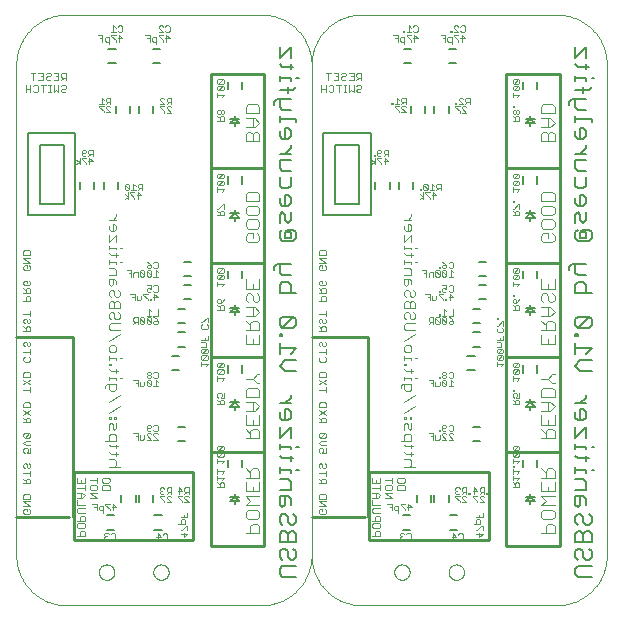
<source format=gbo>
G75*
%MOIN*%
%OFA0B0*%
%FSLAX25Y25*%
%IPPOS*%
%LPD*%
%AMOC8*
5,1,8,0,0,1.08239X$1,22.5*
%
%ADD10C,0.00000*%
%ADD11C,0.00200*%
%ADD12C,0.00800*%
%ADD13C,0.00400*%
%ADD14C,0.01000*%
%ADD15C,0.00600*%
%ADD16C,0.00500*%
D10*
X0018503Y0060455D02*
X0083522Y0060455D01*
X0083926Y0060460D01*
X0084329Y0060475D01*
X0084732Y0060499D01*
X0085134Y0060533D01*
X0085535Y0060577D01*
X0085935Y0060630D01*
X0086334Y0060693D01*
X0086731Y0060766D01*
X0087126Y0060849D01*
X0087519Y0060940D01*
X0087910Y0061042D01*
X0088298Y0061152D01*
X0088684Y0061273D01*
X0089066Y0061402D01*
X0089445Y0061540D01*
X0089821Y0061688D01*
X0090193Y0061845D01*
X0090561Y0062010D01*
X0090925Y0062185D01*
X0091284Y0062368D01*
X0091639Y0062560D01*
X0091990Y0062761D01*
X0092335Y0062969D01*
X0092675Y0063186D01*
X0093010Y0063412D01*
X0093340Y0063645D01*
X0093663Y0063886D01*
X0093981Y0064135D01*
X0094293Y0064392D01*
X0094598Y0064656D01*
X0094897Y0064927D01*
X0095189Y0065205D01*
X0095475Y0065491D01*
X0095753Y0065783D01*
X0096024Y0066082D01*
X0096288Y0066387D01*
X0096545Y0066699D01*
X0096794Y0067017D01*
X0097035Y0067340D01*
X0097268Y0067670D01*
X0097494Y0068005D01*
X0097711Y0068345D01*
X0097919Y0068690D01*
X0098120Y0069041D01*
X0098312Y0069396D01*
X0098495Y0069755D01*
X0098670Y0070119D01*
X0098835Y0070487D01*
X0098992Y0070859D01*
X0099140Y0071235D01*
X0099278Y0071614D01*
X0099407Y0071996D01*
X0099528Y0072382D01*
X0099638Y0072770D01*
X0099740Y0073161D01*
X0099831Y0073554D01*
X0099914Y0073949D01*
X0099987Y0074346D01*
X0100050Y0074745D01*
X0100103Y0075145D01*
X0100147Y0075546D01*
X0100181Y0075948D01*
X0100205Y0076351D01*
X0100220Y0076754D01*
X0100225Y0077158D01*
X0100225Y0240602D01*
X0100225Y0077158D01*
X0100226Y0077158D02*
X0100231Y0076754D01*
X0100246Y0076351D01*
X0100270Y0075948D01*
X0100304Y0075546D01*
X0100348Y0075145D01*
X0100401Y0074745D01*
X0100464Y0074346D01*
X0100537Y0073949D01*
X0100620Y0073554D01*
X0100711Y0073161D01*
X0100813Y0072770D01*
X0100923Y0072382D01*
X0101044Y0071996D01*
X0101173Y0071614D01*
X0101311Y0071235D01*
X0101459Y0070859D01*
X0101616Y0070487D01*
X0101781Y0070119D01*
X0101956Y0069755D01*
X0102139Y0069396D01*
X0102331Y0069041D01*
X0102532Y0068690D01*
X0102740Y0068345D01*
X0102957Y0068005D01*
X0103183Y0067670D01*
X0103416Y0067340D01*
X0103657Y0067017D01*
X0103906Y0066699D01*
X0104163Y0066387D01*
X0104427Y0066082D01*
X0104698Y0065783D01*
X0104976Y0065491D01*
X0105262Y0065205D01*
X0105554Y0064927D01*
X0105853Y0064656D01*
X0106158Y0064392D01*
X0106470Y0064135D01*
X0106788Y0063886D01*
X0107111Y0063645D01*
X0107441Y0063412D01*
X0107776Y0063186D01*
X0108116Y0062969D01*
X0108461Y0062761D01*
X0108812Y0062560D01*
X0109167Y0062368D01*
X0109526Y0062185D01*
X0109890Y0062010D01*
X0110258Y0061845D01*
X0110630Y0061688D01*
X0111006Y0061540D01*
X0111385Y0061402D01*
X0111767Y0061273D01*
X0112153Y0061152D01*
X0112541Y0061042D01*
X0112932Y0060940D01*
X0113325Y0060849D01*
X0113720Y0060766D01*
X0114117Y0060693D01*
X0114516Y0060630D01*
X0114916Y0060577D01*
X0115317Y0060533D01*
X0115719Y0060499D01*
X0116122Y0060475D01*
X0116525Y0060460D01*
X0116929Y0060455D01*
X0181947Y0060455D01*
X0182351Y0060460D01*
X0182754Y0060475D01*
X0183157Y0060499D01*
X0183559Y0060533D01*
X0183960Y0060577D01*
X0184360Y0060630D01*
X0184759Y0060693D01*
X0185156Y0060766D01*
X0185551Y0060849D01*
X0185944Y0060940D01*
X0186335Y0061042D01*
X0186723Y0061152D01*
X0187109Y0061273D01*
X0187491Y0061402D01*
X0187870Y0061540D01*
X0188246Y0061688D01*
X0188618Y0061845D01*
X0188986Y0062010D01*
X0189350Y0062185D01*
X0189709Y0062368D01*
X0190064Y0062560D01*
X0190415Y0062761D01*
X0190760Y0062969D01*
X0191100Y0063186D01*
X0191435Y0063412D01*
X0191765Y0063645D01*
X0192088Y0063886D01*
X0192406Y0064135D01*
X0192718Y0064392D01*
X0193023Y0064656D01*
X0193322Y0064927D01*
X0193614Y0065205D01*
X0193900Y0065491D01*
X0194178Y0065783D01*
X0194449Y0066082D01*
X0194713Y0066387D01*
X0194970Y0066699D01*
X0195219Y0067017D01*
X0195460Y0067340D01*
X0195693Y0067670D01*
X0195919Y0068005D01*
X0196136Y0068345D01*
X0196344Y0068690D01*
X0196545Y0069041D01*
X0196737Y0069396D01*
X0196920Y0069755D01*
X0197095Y0070119D01*
X0197260Y0070487D01*
X0197417Y0070859D01*
X0197565Y0071235D01*
X0197703Y0071614D01*
X0197832Y0071996D01*
X0197953Y0072382D01*
X0198063Y0072770D01*
X0198165Y0073161D01*
X0198256Y0073554D01*
X0198339Y0073949D01*
X0198412Y0074346D01*
X0198475Y0074745D01*
X0198528Y0075145D01*
X0198572Y0075546D01*
X0198606Y0075948D01*
X0198630Y0076351D01*
X0198645Y0076754D01*
X0198650Y0077158D01*
X0198650Y0240602D01*
X0198645Y0241006D01*
X0198630Y0241409D01*
X0198606Y0241812D01*
X0198572Y0242214D01*
X0198528Y0242615D01*
X0198475Y0243015D01*
X0198412Y0243414D01*
X0198339Y0243811D01*
X0198256Y0244206D01*
X0198165Y0244599D01*
X0198063Y0244990D01*
X0197953Y0245378D01*
X0197832Y0245764D01*
X0197703Y0246146D01*
X0197565Y0246525D01*
X0197417Y0246901D01*
X0197260Y0247273D01*
X0197095Y0247641D01*
X0196920Y0248005D01*
X0196737Y0248364D01*
X0196545Y0248719D01*
X0196344Y0249070D01*
X0196136Y0249415D01*
X0195919Y0249755D01*
X0195693Y0250090D01*
X0195460Y0250420D01*
X0195219Y0250743D01*
X0194970Y0251061D01*
X0194713Y0251373D01*
X0194449Y0251678D01*
X0194178Y0251977D01*
X0193900Y0252269D01*
X0193614Y0252555D01*
X0193322Y0252833D01*
X0193023Y0253104D01*
X0192718Y0253368D01*
X0192406Y0253625D01*
X0192088Y0253874D01*
X0191765Y0254115D01*
X0191435Y0254348D01*
X0191100Y0254574D01*
X0190760Y0254791D01*
X0190415Y0254999D01*
X0190064Y0255200D01*
X0189709Y0255392D01*
X0189350Y0255575D01*
X0188986Y0255750D01*
X0188618Y0255915D01*
X0188246Y0256072D01*
X0187870Y0256220D01*
X0187491Y0256358D01*
X0187109Y0256487D01*
X0186723Y0256608D01*
X0186335Y0256718D01*
X0185944Y0256820D01*
X0185551Y0256911D01*
X0185156Y0256994D01*
X0184759Y0257067D01*
X0184360Y0257130D01*
X0183960Y0257183D01*
X0183559Y0257227D01*
X0183157Y0257261D01*
X0182754Y0257285D01*
X0182351Y0257300D01*
X0181947Y0257305D01*
X0181947Y0257306D02*
X0116929Y0257306D01*
X0116929Y0257305D02*
X0116525Y0257300D01*
X0116122Y0257285D01*
X0115719Y0257261D01*
X0115317Y0257227D01*
X0114916Y0257183D01*
X0114516Y0257130D01*
X0114117Y0257067D01*
X0113720Y0256994D01*
X0113325Y0256911D01*
X0112932Y0256820D01*
X0112541Y0256718D01*
X0112153Y0256608D01*
X0111767Y0256487D01*
X0111385Y0256358D01*
X0111006Y0256220D01*
X0110630Y0256072D01*
X0110258Y0255915D01*
X0109890Y0255750D01*
X0109526Y0255575D01*
X0109167Y0255392D01*
X0108812Y0255200D01*
X0108461Y0254999D01*
X0108116Y0254791D01*
X0107776Y0254574D01*
X0107441Y0254348D01*
X0107111Y0254115D01*
X0106788Y0253874D01*
X0106470Y0253625D01*
X0106158Y0253368D01*
X0105853Y0253104D01*
X0105554Y0252833D01*
X0105262Y0252555D01*
X0104976Y0252269D01*
X0104698Y0251977D01*
X0104427Y0251678D01*
X0104163Y0251373D01*
X0103906Y0251061D01*
X0103657Y0250743D01*
X0103416Y0250420D01*
X0103183Y0250090D01*
X0102957Y0249755D01*
X0102740Y0249415D01*
X0102532Y0249070D01*
X0102331Y0248719D01*
X0102139Y0248364D01*
X0101956Y0248005D01*
X0101781Y0247641D01*
X0101616Y0247273D01*
X0101459Y0246901D01*
X0101311Y0246525D01*
X0101173Y0246146D01*
X0101044Y0245764D01*
X0100923Y0245378D01*
X0100813Y0244990D01*
X0100711Y0244599D01*
X0100620Y0244206D01*
X0100537Y0243811D01*
X0100464Y0243414D01*
X0100401Y0243015D01*
X0100348Y0242615D01*
X0100304Y0242214D01*
X0100270Y0241812D01*
X0100246Y0241409D01*
X0100231Y0241006D01*
X0100226Y0240602D01*
X0100225Y0240602D02*
X0100220Y0241006D01*
X0100205Y0241409D01*
X0100181Y0241812D01*
X0100147Y0242214D01*
X0100103Y0242615D01*
X0100050Y0243015D01*
X0099987Y0243414D01*
X0099914Y0243811D01*
X0099831Y0244206D01*
X0099740Y0244599D01*
X0099638Y0244990D01*
X0099528Y0245378D01*
X0099407Y0245764D01*
X0099278Y0246146D01*
X0099140Y0246525D01*
X0098992Y0246901D01*
X0098835Y0247273D01*
X0098670Y0247641D01*
X0098495Y0248005D01*
X0098312Y0248364D01*
X0098120Y0248719D01*
X0097919Y0249070D01*
X0097711Y0249415D01*
X0097494Y0249755D01*
X0097268Y0250090D01*
X0097035Y0250420D01*
X0096794Y0250743D01*
X0096545Y0251061D01*
X0096288Y0251373D01*
X0096024Y0251678D01*
X0095753Y0251977D01*
X0095475Y0252269D01*
X0095189Y0252555D01*
X0094897Y0252833D01*
X0094598Y0253104D01*
X0094293Y0253368D01*
X0093981Y0253625D01*
X0093663Y0253874D01*
X0093340Y0254115D01*
X0093010Y0254348D01*
X0092675Y0254574D01*
X0092335Y0254791D01*
X0091990Y0254999D01*
X0091639Y0255200D01*
X0091284Y0255392D01*
X0090925Y0255575D01*
X0090561Y0255750D01*
X0090193Y0255915D01*
X0089821Y0256072D01*
X0089445Y0256220D01*
X0089066Y0256358D01*
X0088684Y0256487D01*
X0088298Y0256608D01*
X0087910Y0256718D01*
X0087519Y0256820D01*
X0087126Y0256911D01*
X0086731Y0256994D01*
X0086334Y0257067D01*
X0085935Y0257130D01*
X0085535Y0257183D01*
X0085134Y0257227D01*
X0084732Y0257261D01*
X0084329Y0257285D01*
X0083926Y0257300D01*
X0083522Y0257305D01*
X0083522Y0257306D02*
X0018503Y0257306D01*
X0018503Y0257305D02*
X0018099Y0257300D01*
X0017696Y0257285D01*
X0017293Y0257261D01*
X0016891Y0257227D01*
X0016490Y0257183D01*
X0016090Y0257130D01*
X0015691Y0257067D01*
X0015294Y0256994D01*
X0014899Y0256911D01*
X0014506Y0256820D01*
X0014115Y0256718D01*
X0013727Y0256608D01*
X0013341Y0256487D01*
X0012959Y0256358D01*
X0012580Y0256220D01*
X0012204Y0256072D01*
X0011832Y0255915D01*
X0011464Y0255750D01*
X0011100Y0255575D01*
X0010741Y0255392D01*
X0010386Y0255200D01*
X0010035Y0254999D01*
X0009690Y0254791D01*
X0009350Y0254574D01*
X0009015Y0254348D01*
X0008685Y0254115D01*
X0008362Y0253874D01*
X0008044Y0253625D01*
X0007732Y0253368D01*
X0007427Y0253104D01*
X0007128Y0252833D01*
X0006836Y0252555D01*
X0006550Y0252269D01*
X0006272Y0251977D01*
X0006001Y0251678D01*
X0005737Y0251373D01*
X0005480Y0251061D01*
X0005231Y0250743D01*
X0004990Y0250420D01*
X0004757Y0250090D01*
X0004531Y0249755D01*
X0004314Y0249415D01*
X0004106Y0249070D01*
X0003905Y0248719D01*
X0003713Y0248364D01*
X0003530Y0248005D01*
X0003355Y0247641D01*
X0003190Y0247273D01*
X0003033Y0246901D01*
X0002885Y0246525D01*
X0002747Y0246146D01*
X0002618Y0245764D01*
X0002497Y0245378D01*
X0002387Y0244990D01*
X0002285Y0244599D01*
X0002194Y0244206D01*
X0002111Y0243811D01*
X0002038Y0243414D01*
X0001975Y0243015D01*
X0001922Y0242615D01*
X0001878Y0242214D01*
X0001844Y0241812D01*
X0001820Y0241409D01*
X0001805Y0241006D01*
X0001800Y0240602D01*
X0001800Y0077158D01*
X0001805Y0076754D01*
X0001820Y0076351D01*
X0001844Y0075948D01*
X0001878Y0075546D01*
X0001922Y0075145D01*
X0001975Y0074745D01*
X0002038Y0074346D01*
X0002111Y0073949D01*
X0002194Y0073554D01*
X0002285Y0073161D01*
X0002387Y0072770D01*
X0002497Y0072382D01*
X0002618Y0071996D01*
X0002747Y0071614D01*
X0002885Y0071235D01*
X0003033Y0070859D01*
X0003190Y0070487D01*
X0003355Y0070119D01*
X0003530Y0069755D01*
X0003713Y0069396D01*
X0003905Y0069041D01*
X0004106Y0068690D01*
X0004314Y0068345D01*
X0004531Y0068005D01*
X0004757Y0067670D01*
X0004990Y0067340D01*
X0005231Y0067017D01*
X0005480Y0066699D01*
X0005737Y0066387D01*
X0006001Y0066082D01*
X0006272Y0065783D01*
X0006550Y0065491D01*
X0006836Y0065205D01*
X0007128Y0064927D01*
X0007427Y0064656D01*
X0007732Y0064392D01*
X0008044Y0064135D01*
X0008362Y0063886D01*
X0008685Y0063645D01*
X0009015Y0063412D01*
X0009350Y0063186D01*
X0009690Y0062969D01*
X0010035Y0062761D01*
X0010386Y0062560D01*
X0010741Y0062368D01*
X0011100Y0062185D01*
X0011464Y0062010D01*
X0011832Y0061845D01*
X0012204Y0061688D01*
X0012580Y0061540D01*
X0012959Y0061402D01*
X0013341Y0061273D01*
X0013727Y0061152D01*
X0014115Y0061042D01*
X0014506Y0060940D01*
X0014899Y0060849D01*
X0015294Y0060766D01*
X0015691Y0060693D01*
X0016090Y0060630D01*
X0016490Y0060577D01*
X0016891Y0060533D01*
X0017293Y0060499D01*
X0017696Y0060475D01*
X0018099Y0060460D01*
X0018503Y0060455D01*
X0029359Y0071479D02*
X0029361Y0071580D01*
X0029367Y0071681D01*
X0029377Y0071782D01*
X0029391Y0071882D01*
X0029409Y0071981D01*
X0029431Y0072080D01*
X0029456Y0072178D01*
X0029486Y0072275D01*
X0029519Y0072370D01*
X0029556Y0072464D01*
X0029597Y0072557D01*
X0029641Y0072648D01*
X0029689Y0072737D01*
X0029741Y0072824D01*
X0029796Y0072909D01*
X0029854Y0072991D01*
X0029915Y0073072D01*
X0029980Y0073150D01*
X0030047Y0073225D01*
X0030117Y0073297D01*
X0030191Y0073367D01*
X0030267Y0073434D01*
X0030345Y0073498D01*
X0030426Y0073558D01*
X0030509Y0073615D01*
X0030595Y0073669D01*
X0030683Y0073720D01*
X0030772Y0073767D01*
X0030863Y0073811D01*
X0030956Y0073850D01*
X0031051Y0073887D01*
X0031146Y0073919D01*
X0031243Y0073948D01*
X0031342Y0073972D01*
X0031440Y0073993D01*
X0031540Y0074010D01*
X0031640Y0074023D01*
X0031741Y0074032D01*
X0031842Y0074037D01*
X0031943Y0074038D01*
X0032044Y0074035D01*
X0032145Y0074028D01*
X0032246Y0074017D01*
X0032346Y0074002D01*
X0032445Y0073983D01*
X0032544Y0073960D01*
X0032641Y0073934D01*
X0032738Y0073903D01*
X0032833Y0073869D01*
X0032926Y0073831D01*
X0033019Y0073789D01*
X0033109Y0073744D01*
X0033198Y0073695D01*
X0033284Y0073643D01*
X0033368Y0073587D01*
X0033451Y0073528D01*
X0033530Y0073466D01*
X0033608Y0073401D01*
X0033682Y0073333D01*
X0033754Y0073261D01*
X0033823Y0073188D01*
X0033889Y0073111D01*
X0033952Y0073032D01*
X0034012Y0072950D01*
X0034068Y0072866D01*
X0034121Y0072780D01*
X0034171Y0072692D01*
X0034217Y0072602D01*
X0034260Y0072511D01*
X0034299Y0072417D01*
X0034334Y0072322D01*
X0034365Y0072226D01*
X0034393Y0072129D01*
X0034417Y0072031D01*
X0034437Y0071932D01*
X0034453Y0071832D01*
X0034465Y0071731D01*
X0034473Y0071631D01*
X0034477Y0071530D01*
X0034477Y0071428D01*
X0034473Y0071327D01*
X0034465Y0071227D01*
X0034453Y0071126D01*
X0034437Y0071026D01*
X0034417Y0070927D01*
X0034393Y0070829D01*
X0034365Y0070732D01*
X0034334Y0070636D01*
X0034299Y0070541D01*
X0034260Y0070447D01*
X0034217Y0070356D01*
X0034171Y0070266D01*
X0034121Y0070178D01*
X0034068Y0070092D01*
X0034012Y0070008D01*
X0033952Y0069926D01*
X0033889Y0069847D01*
X0033823Y0069770D01*
X0033754Y0069697D01*
X0033682Y0069625D01*
X0033608Y0069557D01*
X0033530Y0069492D01*
X0033451Y0069430D01*
X0033368Y0069371D01*
X0033284Y0069315D01*
X0033197Y0069263D01*
X0033109Y0069214D01*
X0033019Y0069169D01*
X0032926Y0069127D01*
X0032833Y0069089D01*
X0032738Y0069055D01*
X0032641Y0069024D01*
X0032544Y0068998D01*
X0032445Y0068975D01*
X0032346Y0068956D01*
X0032246Y0068941D01*
X0032145Y0068930D01*
X0032044Y0068923D01*
X0031943Y0068920D01*
X0031842Y0068921D01*
X0031741Y0068926D01*
X0031640Y0068935D01*
X0031540Y0068948D01*
X0031440Y0068965D01*
X0031342Y0068986D01*
X0031243Y0069010D01*
X0031146Y0069039D01*
X0031051Y0069071D01*
X0030956Y0069108D01*
X0030863Y0069147D01*
X0030772Y0069191D01*
X0030683Y0069238D01*
X0030595Y0069289D01*
X0030509Y0069343D01*
X0030426Y0069400D01*
X0030345Y0069460D01*
X0030267Y0069524D01*
X0030191Y0069591D01*
X0030117Y0069661D01*
X0030047Y0069733D01*
X0029980Y0069808D01*
X0029915Y0069886D01*
X0029854Y0069967D01*
X0029796Y0070049D01*
X0029741Y0070134D01*
X0029689Y0070221D01*
X0029641Y0070310D01*
X0029597Y0070401D01*
X0029556Y0070494D01*
X0029519Y0070588D01*
X0029486Y0070683D01*
X0029456Y0070780D01*
X0029431Y0070878D01*
X0029409Y0070977D01*
X0029391Y0071076D01*
X0029377Y0071176D01*
X0029367Y0071277D01*
X0029361Y0071378D01*
X0029359Y0071479D01*
X0047469Y0071479D02*
X0047471Y0071580D01*
X0047477Y0071681D01*
X0047487Y0071782D01*
X0047501Y0071882D01*
X0047519Y0071981D01*
X0047541Y0072080D01*
X0047566Y0072178D01*
X0047596Y0072275D01*
X0047629Y0072370D01*
X0047666Y0072464D01*
X0047707Y0072557D01*
X0047751Y0072648D01*
X0047799Y0072737D01*
X0047851Y0072824D01*
X0047906Y0072909D01*
X0047964Y0072991D01*
X0048025Y0073072D01*
X0048090Y0073150D01*
X0048157Y0073225D01*
X0048227Y0073297D01*
X0048301Y0073367D01*
X0048377Y0073434D01*
X0048455Y0073498D01*
X0048536Y0073558D01*
X0048619Y0073615D01*
X0048705Y0073669D01*
X0048793Y0073720D01*
X0048882Y0073767D01*
X0048973Y0073811D01*
X0049066Y0073850D01*
X0049161Y0073887D01*
X0049256Y0073919D01*
X0049353Y0073948D01*
X0049452Y0073972D01*
X0049550Y0073993D01*
X0049650Y0074010D01*
X0049750Y0074023D01*
X0049851Y0074032D01*
X0049952Y0074037D01*
X0050053Y0074038D01*
X0050154Y0074035D01*
X0050255Y0074028D01*
X0050356Y0074017D01*
X0050456Y0074002D01*
X0050555Y0073983D01*
X0050654Y0073960D01*
X0050751Y0073934D01*
X0050848Y0073903D01*
X0050943Y0073869D01*
X0051036Y0073831D01*
X0051129Y0073789D01*
X0051219Y0073744D01*
X0051308Y0073695D01*
X0051394Y0073643D01*
X0051478Y0073587D01*
X0051561Y0073528D01*
X0051640Y0073466D01*
X0051718Y0073401D01*
X0051792Y0073333D01*
X0051864Y0073261D01*
X0051933Y0073188D01*
X0051999Y0073111D01*
X0052062Y0073032D01*
X0052122Y0072950D01*
X0052178Y0072866D01*
X0052231Y0072780D01*
X0052281Y0072692D01*
X0052327Y0072602D01*
X0052370Y0072511D01*
X0052409Y0072417D01*
X0052444Y0072322D01*
X0052475Y0072226D01*
X0052503Y0072129D01*
X0052527Y0072031D01*
X0052547Y0071932D01*
X0052563Y0071832D01*
X0052575Y0071731D01*
X0052583Y0071631D01*
X0052587Y0071530D01*
X0052587Y0071428D01*
X0052583Y0071327D01*
X0052575Y0071227D01*
X0052563Y0071126D01*
X0052547Y0071026D01*
X0052527Y0070927D01*
X0052503Y0070829D01*
X0052475Y0070732D01*
X0052444Y0070636D01*
X0052409Y0070541D01*
X0052370Y0070447D01*
X0052327Y0070356D01*
X0052281Y0070266D01*
X0052231Y0070178D01*
X0052178Y0070092D01*
X0052122Y0070008D01*
X0052062Y0069926D01*
X0051999Y0069847D01*
X0051933Y0069770D01*
X0051864Y0069697D01*
X0051792Y0069625D01*
X0051718Y0069557D01*
X0051640Y0069492D01*
X0051561Y0069430D01*
X0051478Y0069371D01*
X0051394Y0069315D01*
X0051307Y0069263D01*
X0051219Y0069214D01*
X0051129Y0069169D01*
X0051036Y0069127D01*
X0050943Y0069089D01*
X0050848Y0069055D01*
X0050751Y0069024D01*
X0050654Y0068998D01*
X0050555Y0068975D01*
X0050456Y0068956D01*
X0050356Y0068941D01*
X0050255Y0068930D01*
X0050154Y0068923D01*
X0050053Y0068920D01*
X0049952Y0068921D01*
X0049851Y0068926D01*
X0049750Y0068935D01*
X0049650Y0068948D01*
X0049550Y0068965D01*
X0049452Y0068986D01*
X0049353Y0069010D01*
X0049256Y0069039D01*
X0049161Y0069071D01*
X0049066Y0069108D01*
X0048973Y0069147D01*
X0048882Y0069191D01*
X0048793Y0069238D01*
X0048705Y0069289D01*
X0048619Y0069343D01*
X0048536Y0069400D01*
X0048455Y0069460D01*
X0048377Y0069524D01*
X0048301Y0069591D01*
X0048227Y0069661D01*
X0048157Y0069733D01*
X0048090Y0069808D01*
X0048025Y0069886D01*
X0047964Y0069967D01*
X0047906Y0070049D01*
X0047851Y0070134D01*
X0047799Y0070221D01*
X0047751Y0070310D01*
X0047707Y0070401D01*
X0047666Y0070494D01*
X0047629Y0070588D01*
X0047596Y0070683D01*
X0047566Y0070780D01*
X0047541Y0070878D01*
X0047519Y0070977D01*
X0047501Y0071076D01*
X0047487Y0071176D01*
X0047477Y0071277D01*
X0047471Y0071378D01*
X0047469Y0071479D01*
X0127784Y0071479D02*
X0127786Y0071580D01*
X0127792Y0071681D01*
X0127802Y0071782D01*
X0127816Y0071882D01*
X0127834Y0071981D01*
X0127856Y0072080D01*
X0127881Y0072178D01*
X0127911Y0072275D01*
X0127944Y0072370D01*
X0127981Y0072464D01*
X0128022Y0072557D01*
X0128066Y0072648D01*
X0128114Y0072737D01*
X0128166Y0072824D01*
X0128221Y0072909D01*
X0128279Y0072991D01*
X0128340Y0073072D01*
X0128405Y0073150D01*
X0128472Y0073225D01*
X0128542Y0073297D01*
X0128616Y0073367D01*
X0128692Y0073434D01*
X0128770Y0073498D01*
X0128851Y0073558D01*
X0128934Y0073615D01*
X0129020Y0073669D01*
X0129108Y0073720D01*
X0129197Y0073767D01*
X0129288Y0073811D01*
X0129381Y0073850D01*
X0129476Y0073887D01*
X0129571Y0073919D01*
X0129668Y0073948D01*
X0129767Y0073972D01*
X0129865Y0073993D01*
X0129965Y0074010D01*
X0130065Y0074023D01*
X0130166Y0074032D01*
X0130267Y0074037D01*
X0130368Y0074038D01*
X0130469Y0074035D01*
X0130570Y0074028D01*
X0130671Y0074017D01*
X0130771Y0074002D01*
X0130870Y0073983D01*
X0130969Y0073960D01*
X0131066Y0073934D01*
X0131163Y0073903D01*
X0131258Y0073869D01*
X0131351Y0073831D01*
X0131444Y0073789D01*
X0131534Y0073744D01*
X0131623Y0073695D01*
X0131709Y0073643D01*
X0131793Y0073587D01*
X0131876Y0073528D01*
X0131955Y0073466D01*
X0132033Y0073401D01*
X0132107Y0073333D01*
X0132179Y0073261D01*
X0132248Y0073188D01*
X0132314Y0073111D01*
X0132377Y0073032D01*
X0132437Y0072950D01*
X0132493Y0072866D01*
X0132546Y0072780D01*
X0132596Y0072692D01*
X0132642Y0072602D01*
X0132685Y0072511D01*
X0132724Y0072417D01*
X0132759Y0072322D01*
X0132790Y0072226D01*
X0132818Y0072129D01*
X0132842Y0072031D01*
X0132862Y0071932D01*
X0132878Y0071832D01*
X0132890Y0071731D01*
X0132898Y0071631D01*
X0132902Y0071530D01*
X0132902Y0071428D01*
X0132898Y0071327D01*
X0132890Y0071227D01*
X0132878Y0071126D01*
X0132862Y0071026D01*
X0132842Y0070927D01*
X0132818Y0070829D01*
X0132790Y0070732D01*
X0132759Y0070636D01*
X0132724Y0070541D01*
X0132685Y0070447D01*
X0132642Y0070356D01*
X0132596Y0070266D01*
X0132546Y0070178D01*
X0132493Y0070092D01*
X0132437Y0070008D01*
X0132377Y0069926D01*
X0132314Y0069847D01*
X0132248Y0069770D01*
X0132179Y0069697D01*
X0132107Y0069625D01*
X0132033Y0069557D01*
X0131955Y0069492D01*
X0131876Y0069430D01*
X0131793Y0069371D01*
X0131709Y0069315D01*
X0131622Y0069263D01*
X0131534Y0069214D01*
X0131444Y0069169D01*
X0131351Y0069127D01*
X0131258Y0069089D01*
X0131163Y0069055D01*
X0131066Y0069024D01*
X0130969Y0068998D01*
X0130870Y0068975D01*
X0130771Y0068956D01*
X0130671Y0068941D01*
X0130570Y0068930D01*
X0130469Y0068923D01*
X0130368Y0068920D01*
X0130267Y0068921D01*
X0130166Y0068926D01*
X0130065Y0068935D01*
X0129965Y0068948D01*
X0129865Y0068965D01*
X0129767Y0068986D01*
X0129668Y0069010D01*
X0129571Y0069039D01*
X0129476Y0069071D01*
X0129381Y0069108D01*
X0129288Y0069147D01*
X0129197Y0069191D01*
X0129108Y0069238D01*
X0129020Y0069289D01*
X0128934Y0069343D01*
X0128851Y0069400D01*
X0128770Y0069460D01*
X0128692Y0069524D01*
X0128616Y0069591D01*
X0128542Y0069661D01*
X0128472Y0069733D01*
X0128405Y0069808D01*
X0128340Y0069886D01*
X0128279Y0069967D01*
X0128221Y0070049D01*
X0128166Y0070134D01*
X0128114Y0070221D01*
X0128066Y0070310D01*
X0128022Y0070401D01*
X0127981Y0070494D01*
X0127944Y0070588D01*
X0127911Y0070683D01*
X0127881Y0070780D01*
X0127856Y0070878D01*
X0127834Y0070977D01*
X0127816Y0071076D01*
X0127802Y0071176D01*
X0127792Y0071277D01*
X0127786Y0071378D01*
X0127784Y0071479D01*
X0145895Y0071479D02*
X0145897Y0071580D01*
X0145903Y0071681D01*
X0145913Y0071782D01*
X0145927Y0071882D01*
X0145945Y0071981D01*
X0145967Y0072080D01*
X0145992Y0072178D01*
X0146022Y0072275D01*
X0146055Y0072370D01*
X0146092Y0072464D01*
X0146133Y0072557D01*
X0146177Y0072648D01*
X0146225Y0072737D01*
X0146277Y0072824D01*
X0146332Y0072909D01*
X0146390Y0072991D01*
X0146451Y0073072D01*
X0146516Y0073150D01*
X0146583Y0073225D01*
X0146653Y0073297D01*
X0146727Y0073367D01*
X0146803Y0073434D01*
X0146881Y0073498D01*
X0146962Y0073558D01*
X0147045Y0073615D01*
X0147131Y0073669D01*
X0147219Y0073720D01*
X0147308Y0073767D01*
X0147399Y0073811D01*
X0147492Y0073850D01*
X0147587Y0073887D01*
X0147682Y0073919D01*
X0147779Y0073948D01*
X0147878Y0073972D01*
X0147976Y0073993D01*
X0148076Y0074010D01*
X0148176Y0074023D01*
X0148277Y0074032D01*
X0148378Y0074037D01*
X0148479Y0074038D01*
X0148580Y0074035D01*
X0148681Y0074028D01*
X0148782Y0074017D01*
X0148882Y0074002D01*
X0148981Y0073983D01*
X0149080Y0073960D01*
X0149177Y0073934D01*
X0149274Y0073903D01*
X0149369Y0073869D01*
X0149462Y0073831D01*
X0149555Y0073789D01*
X0149645Y0073744D01*
X0149734Y0073695D01*
X0149820Y0073643D01*
X0149904Y0073587D01*
X0149987Y0073528D01*
X0150066Y0073466D01*
X0150144Y0073401D01*
X0150218Y0073333D01*
X0150290Y0073261D01*
X0150359Y0073188D01*
X0150425Y0073111D01*
X0150488Y0073032D01*
X0150548Y0072950D01*
X0150604Y0072866D01*
X0150657Y0072780D01*
X0150707Y0072692D01*
X0150753Y0072602D01*
X0150796Y0072511D01*
X0150835Y0072417D01*
X0150870Y0072322D01*
X0150901Y0072226D01*
X0150929Y0072129D01*
X0150953Y0072031D01*
X0150973Y0071932D01*
X0150989Y0071832D01*
X0151001Y0071731D01*
X0151009Y0071631D01*
X0151013Y0071530D01*
X0151013Y0071428D01*
X0151009Y0071327D01*
X0151001Y0071227D01*
X0150989Y0071126D01*
X0150973Y0071026D01*
X0150953Y0070927D01*
X0150929Y0070829D01*
X0150901Y0070732D01*
X0150870Y0070636D01*
X0150835Y0070541D01*
X0150796Y0070447D01*
X0150753Y0070356D01*
X0150707Y0070266D01*
X0150657Y0070178D01*
X0150604Y0070092D01*
X0150548Y0070008D01*
X0150488Y0069926D01*
X0150425Y0069847D01*
X0150359Y0069770D01*
X0150290Y0069697D01*
X0150218Y0069625D01*
X0150144Y0069557D01*
X0150066Y0069492D01*
X0149987Y0069430D01*
X0149904Y0069371D01*
X0149820Y0069315D01*
X0149733Y0069263D01*
X0149645Y0069214D01*
X0149555Y0069169D01*
X0149462Y0069127D01*
X0149369Y0069089D01*
X0149274Y0069055D01*
X0149177Y0069024D01*
X0149080Y0068998D01*
X0148981Y0068975D01*
X0148882Y0068956D01*
X0148782Y0068941D01*
X0148681Y0068930D01*
X0148580Y0068923D01*
X0148479Y0068920D01*
X0148378Y0068921D01*
X0148277Y0068926D01*
X0148176Y0068935D01*
X0148076Y0068948D01*
X0147976Y0068965D01*
X0147878Y0068986D01*
X0147779Y0069010D01*
X0147682Y0069039D01*
X0147587Y0069071D01*
X0147492Y0069108D01*
X0147399Y0069147D01*
X0147308Y0069191D01*
X0147219Y0069238D01*
X0147131Y0069289D01*
X0147045Y0069343D01*
X0146962Y0069400D01*
X0146881Y0069460D01*
X0146803Y0069524D01*
X0146727Y0069591D01*
X0146653Y0069661D01*
X0146583Y0069733D01*
X0146516Y0069808D01*
X0146451Y0069886D01*
X0146390Y0069967D01*
X0146332Y0070049D01*
X0146277Y0070134D01*
X0146225Y0070221D01*
X0146177Y0070310D01*
X0146133Y0070401D01*
X0146092Y0070494D01*
X0146055Y0070588D01*
X0146022Y0070683D01*
X0145992Y0070780D01*
X0145967Y0070878D01*
X0145945Y0070977D01*
X0145927Y0071076D01*
X0145913Y0071176D01*
X0145903Y0071277D01*
X0145897Y0071378D01*
X0145895Y0071479D01*
D11*
X0147297Y0082171D02*
X0147297Y0084373D01*
X0148398Y0083272D01*
X0146930Y0083272D01*
X0149140Y0084006D02*
X0149507Y0084373D01*
X0150241Y0084373D01*
X0150608Y0084006D01*
X0150608Y0082538D01*
X0150241Y0082171D01*
X0149507Y0082171D01*
X0149140Y0082538D01*
X0151346Y0082538D02*
X0151346Y0082171D01*
X0151713Y0082171D01*
X0151713Y0082538D01*
X0151346Y0082538D01*
X0155012Y0084313D02*
X0157214Y0084313D01*
X0156113Y0083212D01*
X0156113Y0084680D01*
X0155379Y0085422D02*
X0155012Y0085422D01*
X0155379Y0085422D02*
X0156847Y0086889D01*
X0157214Y0086889D01*
X0157214Y0085422D01*
X0156480Y0087631D02*
X0156480Y0088732D01*
X0156113Y0089099D01*
X0155379Y0089099D01*
X0155012Y0088732D01*
X0155012Y0087631D01*
X0154278Y0087631D02*
X0156480Y0087631D01*
X0156113Y0089841D02*
X0156113Y0090575D01*
X0155012Y0089841D02*
X0157214Y0089841D01*
X0157214Y0091309D01*
X0157695Y0094769D02*
X0156227Y0094769D01*
X0155485Y0094769D02*
X0155485Y0095136D01*
X0154017Y0096604D01*
X0154017Y0096971D01*
X0155485Y0096971D01*
X0156227Y0096604D02*
X0156594Y0096971D01*
X0157328Y0096971D01*
X0157695Y0096604D01*
X0157695Y0097525D02*
X0157695Y0099727D01*
X0156594Y0099727D01*
X0156227Y0099360D01*
X0156227Y0098626D01*
X0156594Y0098259D01*
X0157695Y0098259D01*
X0156961Y0098259D02*
X0156227Y0097525D01*
X0156227Y0096604D02*
X0156227Y0096237D01*
X0157695Y0094769D01*
X0158433Y0097525D02*
X0158800Y0097525D01*
X0158800Y0097892D01*
X0158433Y0097892D01*
X0158433Y0097525D01*
X0155485Y0098626D02*
X0154017Y0098626D01*
X0154384Y0097525D02*
X0154384Y0099727D01*
X0155485Y0098626D01*
X0152894Y0097892D02*
X0152894Y0097525D01*
X0152527Y0097525D01*
X0152527Y0097892D01*
X0152894Y0097892D01*
X0151789Y0097525D02*
X0151789Y0099727D01*
X0150688Y0099727D01*
X0150321Y0099360D01*
X0150321Y0098626D01*
X0150688Y0098259D01*
X0151789Y0098259D01*
X0151055Y0098259D02*
X0150321Y0097525D01*
X0150688Y0096971D02*
X0150321Y0096604D01*
X0150321Y0096237D01*
X0151789Y0094769D01*
X0150321Y0094769D01*
X0149579Y0094769D02*
X0149579Y0095136D01*
X0148111Y0096604D01*
X0148111Y0096971D01*
X0149579Y0096971D01*
X0149212Y0097525D02*
X0149579Y0097892D01*
X0149212Y0097525D02*
X0148478Y0097525D01*
X0148111Y0097892D01*
X0148111Y0098259D01*
X0148478Y0098626D01*
X0148845Y0098626D01*
X0148478Y0098626D02*
X0148111Y0098993D01*
X0148111Y0099360D01*
X0148478Y0099727D01*
X0149212Y0099727D01*
X0149579Y0099360D01*
X0150688Y0096971D02*
X0151422Y0096971D01*
X0151789Y0096604D01*
X0147369Y0115673D02*
X0145901Y0117141D01*
X0145901Y0117508D01*
X0146268Y0117875D01*
X0147002Y0117875D01*
X0147369Y0117508D01*
X0147002Y0118429D02*
X0146268Y0118429D01*
X0145901Y0118796D01*
X0145159Y0118796D02*
X0144792Y0118429D01*
X0144058Y0118429D01*
X0143691Y0118796D01*
X0143691Y0120264D01*
X0144058Y0120631D01*
X0144792Y0120631D01*
X0145159Y0120264D01*
X0145159Y0119897D01*
X0144792Y0119530D01*
X0143691Y0119530D01*
X0142950Y0118796D02*
X0142583Y0118796D01*
X0142583Y0118429D01*
X0142950Y0118429D01*
X0142950Y0118796D01*
X0144058Y0117875D02*
X0144792Y0117875D01*
X0145159Y0117508D01*
X0144058Y0117875D02*
X0143691Y0117508D01*
X0143691Y0117141D01*
X0145159Y0115673D01*
X0143691Y0115673D01*
X0142950Y0116040D02*
X0142583Y0115673D01*
X0141482Y0115673D01*
X0141482Y0117141D01*
X0140740Y0116774D02*
X0140006Y0116774D01*
X0140740Y0115673D02*
X0140740Y0117875D01*
X0139272Y0117875D01*
X0142950Y0117141D02*
X0142950Y0116040D01*
X0145901Y0115673D02*
X0147369Y0115673D01*
X0147002Y0118429D02*
X0147369Y0118796D01*
X0147369Y0120264D01*
X0147002Y0120631D01*
X0146268Y0120631D01*
X0145901Y0120264D01*
X0145901Y0133390D02*
X0147369Y0133390D01*
X0146635Y0133390D02*
X0146635Y0135592D01*
X0147369Y0134858D01*
X0147002Y0136146D02*
X0146268Y0136146D01*
X0145901Y0136513D01*
X0145159Y0136513D02*
X0145159Y0136880D01*
X0144792Y0137247D01*
X0144058Y0137247D01*
X0143691Y0136880D01*
X0143691Y0136513D01*
X0144058Y0136146D01*
X0144792Y0136146D01*
X0145159Y0136513D01*
X0144792Y0137247D02*
X0145159Y0137614D01*
X0145159Y0137981D01*
X0144792Y0138348D01*
X0144058Y0138348D01*
X0143691Y0137981D01*
X0143691Y0137614D01*
X0144058Y0137247D01*
X0142950Y0136513D02*
X0142583Y0136513D01*
X0142583Y0136146D01*
X0142950Y0136146D01*
X0142950Y0136513D01*
X0144058Y0135592D02*
X0143691Y0135225D01*
X0145159Y0133757D01*
X0144792Y0133390D01*
X0144058Y0133390D01*
X0143691Y0133757D01*
X0143691Y0135225D01*
X0144058Y0135592D02*
X0144792Y0135592D01*
X0145159Y0135225D01*
X0145159Y0133757D01*
X0142950Y0133757D02*
X0142583Y0133390D01*
X0141482Y0133390D01*
X0141482Y0134858D01*
X0140740Y0134491D02*
X0140006Y0134491D01*
X0140740Y0135592D02*
X0139272Y0135592D01*
X0140740Y0135592D02*
X0140740Y0133390D01*
X0142950Y0133757D02*
X0142950Y0134858D01*
X0147002Y0136146D02*
X0147369Y0136513D01*
X0147369Y0137981D01*
X0147002Y0138348D01*
X0146268Y0138348D01*
X0145901Y0137981D01*
X0146268Y0154256D02*
X0145901Y0154623D01*
X0145901Y0154990D01*
X0146268Y0155357D01*
X0147369Y0155357D01*
X0147369Y0154623D01*
X0147002Y0154256D01*
X0146268Y0154256D01*
X0145159Y0154623D02*
X0143691Y0156091D01*
X0143691Y0154623D01*
X0144058Y0154256D01*
X0144792Y0154256D01*
X0145159Y0154623D01*
X0145159Y0156091D01*
X0144792Y0156458D01*
X0144058Y0156458D01*
X0143691Y0156091D01*
X0142950Y0156091D02*
X0142583Y0156458D01*
X0141849Y0156458D01*
X0141482Y0156091D01*
X0142950Y0154623D01*
X0142583Y0154256D01*
X0141849Y0154256D01*
X0141482Y0154623D01*
X0141482Y0156091D01*
X0140740Y0156458D02*
X0139639Y0156458D01*
X0139272Y0156091D01*
X0139272Y0155357D01*
X0139639Y0154990D01*
X0140740Y0154990D01*
X0140740Y0154256D02*
X0140740Y0156458D01*
X0140006Y0154990D02*
X0139272Y0154256D01*
X0142950Y0154623D02*
X0142950Y0156091D01*
X0142950Y0157012D02*
X0142583Y0157012D01*
X0142583Y0157379D01*
X0142950Y0157379D01*
X0142950Y0157012D01*
X0143691Y0157012D02*
X0145159Y0157012D01*
X0144425Y0157012D02*
X0144425Y0159214D01*
X0145159Y0158480D01*
X0145901Y0157012D02*
X0147369Y0157012D01*
X0147369Y0159214D01*
X0146268Y0162130D02*
X0146268Y0164332D01*
X0147369Y0163231D01*
X0145901Y0163231D01*
X0145159Y0162497D02*
X0144792Y0162497D01*
X0144792Y0162130D01*
X0145159Y0162130D01*
X0145159Y0162497D01*
X0144054Y0162497D02*
X0142587Y0163965D01*
X0142587Y0164332D01*
X0144054Y0164332D01*
X0144058Y0164886D02*
X0144792Y0164886D01*
X0145159Y0165253D01*
X0145159Y0165987D02*
X0144425Y0166354D01*
X0144058Y0166354D01*
X0143691Y0165987D01*
X0143691Y0165253D01*
X0144058Y0164886D01*
X0142950Y0164886D02*
X0142583Y0164886D01*
X0142583Y0165253D01*
X0142950Y0165253D01*
X0142950Y0164886D01*
X0141845Y0163598D02*
X0141845Y0162497D01*
X0141478Y0162130D01*
X0140377Y0162130D01*
X0140377Y0163598D01*
X0139635Y0163231D02*
X0138901Y0163231D01*
X0139635Y0162130D02*
X0139635Y0164332D01*
X0138167Y0164332D01*
X0138530Y0170004D02*
X0138530Y0172206D01*
X0137062Y0172206D01*
X0137796Y0171105D02*
X0138530Y0171105D01*
X0139272Y0171105D02*
X0139272Y0170004D01*
X0139272Y0171105D02*
X0139639Y0171472D01*
X0140740Y0171472D01*
X0140740Y0170004D01*
X0141482Y0170371D02*
X0141849Y0170004D01*
X0142583Y0170004D01*
X0142950Y0170371D01*
X0141482Y0171839D01*
X0141482Y0170371D01*
X0142950Y0170371D02*
X0142950Y0171839D01*
X0142583Y0172206D01*
X0141849Y0172206D01*
X0141482Y0171839D01*
X0142583Y0172760D02*
X0142950Y0172760D01*
X0142950Y0173127D01*
X0142583Y0173127D01*
X0142583Y0172760D01*
X0143691Y0173127D02*
X0143691Y0173494D01*
X0144058Y0173861D01*
X0145159Y0173861D01*
X0145159Y0173127D01*
X0144792Y0172760D01*
X0144058Y0172760D01*
X0143691Y0173127D01*
X0144058Y0172206D02*
X0143691Y0171839D01*
X0145159Y0170371D01*
X0144792Y0170004D01*
X0144058Y0170004D01*
X0143691Y0170371D01*
X0143691Y0171839D01*
X0144058Y0172206D02*
X0144792Y0172206D01*
X0145159Y0171839D01*
X0145159Y0170371D01*
X0145901Y0170004D02*
X0147369Y0170004D01*
X0146635Y0170004D02*
X0146635Y0172206D01*
X0147369Y0171472D01*
X0147002Y0172760D02*
X0146268Y0172760D01*
X0145901Y0173127D01*
X0145159Y0173861D02*
X0144425Y0174595D01*
X0143691Y0174962D01*
X0145901Y0174595D02*
X0146268Y0174962D01*
X0147002Y0174962D01*
X0147369Y0174595D01*
X0147369Y0173127D01*
X0147002Y0172760D01*
X0147002Y0167088D02*
X0146268Y0167088D01*
X0145901Y0166721D01*
X0145159Y0167088D02*
X0145159Y0165987D01*
X0145901Y0165253D02*
X0146268Y0164886D01*
X0147002Y0164886D01*
X0147369Y0165253D01*
X0147369Y0166721D01*
X0147002Y0167088D01*
X0145159Y0167088D02*
X0143691Y0167088D01*
X0144054Y0162497D02*
X0144054Y0162130D01*
X0145901Y0156458D02*
X0146635Y0156091D01*
X0147369Y0155357D01*
X0161902Y0155907D02*
X0161902Y0156274D01*
X0162269Y0156274D01*
X0162269Y0155907D01*
X0161902Y0155907D01*
X0163736Y0155165D02*
X0162269Y0153697D01*
X0161902Y0153697D01*
X0162269Y0152955D02*
X0161902Y0152588D01*
X0161902Y0151854D01*
X0162269Y0151487D01*
X0163736Y0151487D01*
X0164103Y0151854D01*
X0164103Y0152588D01*
X0163736Y0152955D01*
X0164103Y0153697D02*
X0164103Y0155165D01*
X0163736Y0155165D01*
X0164103Y0150364D02*
X0164103Y0148896D01*
X0161902Y0148896D01*
X0161902Y0148154D02*
X0163003Y0148154D01*
X0163369Y0147787D01*
X0163369Y0146687D01*
X0161902Y0146687D01*
X0162269Y0145945D02*
X0161902Y0145578D01*
X0161902Y0144844D01*
X0162269Y0144477D01*
X0163736Y0145945D01*
X0162269Y0145945D01*
X0163736Y0145945D02*
X0164103Y0145578D01*
X0164103Y0144844D01*
X0163736Y0144477D01*
X0162269Y0144477D01*
X0162269Y0143735D02*
X0161902Y0143368D01*
X0161902Y0142634D01*
X0162269Y0142267D01*
X0163736Y0143735D01*
X0162269Y0143735D01*
X0163736Y0143735D02*
X0164103Y0143368D01*
X0164103Y0142634D01*
X0163736Y0142267D01*
X0162269Y0142267D01*
X0161902Y0141525D02*
X0161902Y0140057D01*
X0161902Y0140791D02*
X0164103Y0140791D01*
X0163369Y0140057D01*
X0167254Y0140145D02*
X0167621Y0139778D01*
X0169089Y0141246D01*
X0167621Y0141246D01*
X0167254Y0140879D01*
X0167254Y0140145D01*
X0167621Y0139778D02*
X0169089Y0139778D01*
X0169456Y0140145D01*
X0169456Y0140879D01*
X0169089Y0141246D01*
X0169089Y0139036D02*
X0167621Y0139036D01*
X0167254Y0138669D01*
X0167254Y0137935D01*
X0167621Y0137568D01*
X0169089Y0139036D01*
X0169456Y0138669D01*
X0169456Y0137935D01*
X0169089Y0137568D01*
X0167621Y0137568D01*
X0167254Y0136826D02*
X0167254Y0135358D01*
X0167254Y0136092D02*
X0169456Y0136092D01*
X0168722Y0135358D01*
X0167621Y0132271D02*
X0167254Y0132271D01*
X0167254Y0131904D01*
X0167621Y0131904D01*
X0167621Y0132271D01*
X0167621Y0131162D02*
X0167254Y0130795D01*
X0167254Y0130061D01*
X0167621Y0129694D01*
X0168355Y0129694D02*
X0168722Y0130428D01*
X0168722Y0130795D01*
X0168355Y0131162D01*
X0167621Y0131162D01*
X0168355Y0129694D02*
X0169456Y0129694D01*
X0169456Y0131162D01*
X0169089Y0128952D02*
X0168355Y0128952D01*
X0167988Y0128585D01*
X0167988Y0127484D01*
X0167254Y0127484D02*
X0169456Y0127484D01*
X0169456Y0128585D01*
X0169089Y0128952D01*
X0167988Y0128218D02*
X0167254Y0128952D01*
X0167621Y0113687D02*
X0167254Y0113320D01*
X0167254Y0112586D01*
X0167621Y0112219D01*
X0169089Y0113687D01*
X0167621Y0113687D01*
X0167621Y0112219D02*
X0169089Y0112219D01*
X0169456Y0112586D01*
X0169456Y0113320D01*
X0169089Y0113687D01*
X0169089Y0111477D02*
X0167621Y0110009D01*
X0167254Y0110376D01*
X0167254Y0111110D01*
X0167621Y0111477D01*
X0169089Y0111477D01*
X0169456Y0111110D01*
X0169456Y0110376D01*
X0169089Y0110009D01*
X0167621Y0110009D01*
X0167254Y0109267D02*
X0167254Y0107799D01*
X0167254Y0108533D02*
X0169456Y0108533D01*
X0168722Y0107799D01*
X0167621Y0106922D02*
X0167254Y0106922D01*
X0167254Y0106555D01*
X0167621Y0106555D01*
X0167621Y0106922D01*
X0167254Y0105813D02*
X0167254Y0104345D01*
X0167254Y0105079D02*
X0169456Y0105079D01*
X0168722Y0104345D01*
X0167254Y0103603D02*
X0167254Y0102135D01*
X0167254Y0102869D02*
X0169456Y0102869D01*
X0168722Y0102135D01*
X0169089Y0101393D02*
X0168355Y0101393D01*
X0167988Y0101026D01*
X0167988Y0099925D01*
X0167254Y0099925D02*
X0169456Y0099925D01*
X0169456Y0101026D01*
X0169089Y0101393D01*
X0167988Y0100659D02*
X0167254Y0101393D01*
X0134343Y0082634D02*
X0133976Y0082634D01*
X0133976Y0082267D01*
X0134343Y0082267D01*
X0134343Y0082634D01*
X0133238Y0082634D02*
X0133238Y0084102D01*
X0132871Y0084469D01*
X0132137Y0084469D01*
X0131770Y0084102D01*
X0131028Y0084102D02*
X0130661Y0084469D01*
X0129927Y0084469D01*
X0129560Y0084102D01*
X0129560Y0083735D01*
X0129927Y0083368D01*
X0129560Y0083001D01*
X0129560Y0082634D01*
X0129927Y0082267D01*
X0130661Y0082267D01*
X0131028Y0082634D01*
X0131770Y0082634D02*
X0132137Y0082267D01*
X0132871Y0082267D01*
X0133238Y0082634D01*
X0130294Y0083368D02*
X0129927Y0083368D01*
X0129170Y0091317D02*
X0129170Y0093519D01*
X0128069Y0093519D01*
X0127702Y0093152D01*
X0127702Y0092418D01*
X0128069Y0092051D01*
X0129170Y0092051D01*
X0129912Y0093886D02*
X0131380Y0092418D01*
X0131380Y0092051D01*
X0132489Y0092051D02*
X0132489Y0094253D01*
X0133590Y0093152D01*
X0132122Y0093152D01*
X0131380Y0094253D02*
X0129912Y0094253D01*
X0129912Y0093886D01*
X0126960Y0094253D02*
X0125492Y0094253D01*
X0126226Y0093152D02*
X0126960Y0093152D01*
X0126960Y0092051D02*
X0126960Y0094253D01*
X0127194Y0096249D02*
X0124636Y0096249D01*
X0124636Y0097955D02*
X0127194Y0097955D01*
X0126768Y0098787D02*
X0125063Y0098787D01*
X0124636Y0099213D01*
X0124636Y0100066D01*
X0125063Y0100492D01*
X0126768Y0100492D01*
X0127194Y0100066D01*
X0127194Y0099213D01*
X0126768Y0098787D01*
X0128770Y0098787D02*
X0128770Y0100066D01*
X0129196Y0100492D01*
X0130902Y0100492D01*
X0131328Y0100066D01*
X0131328Y0098787D01*
X0128770Y0098787D01*
X0129196Y0101325D02*
X0128770Y0101751D01*
X0128770Y0102604D01*
X0129196Y0103030D01*
X0130902Y0103030D01*
X0131328Y0102604D01*
X0131328Y0101751D01*
X0130902Y0101325D01*
X0129196Y0101325D01*
X0127194Y0101325D02*
X0127194Y0103030D01*
X0127194Y0102177D02*
X0124636Y0102177D01*
X0123060Y0101325D02*
X0120502Y0101325D01*
X0120502Y0103030D01*
X0121781Y0102177D02*
X0121781Y0101325D01*
X0123060Y0101325D02*
X0123060Y0103030D01*
X0123060Y0100492D02*
X0123060Y0098787D01*
X0123060Y0099640D02*
X0120502Y0099640D01*
X0120502Y0097955D02*
X0122208Y0097955D01*
X0123060Y0097102D01*
X0122208Y0096249D01*
X0120502Y0096249D01*
X0120502Y0095417D02*
X0120502Y0093712D01*
X0123060Y0093712D01*
X0123060Y0092880D02*
X0120929Y0092880D01*
X0120502Y0092453D01*
X0120502Y0091601D01*
X0120929Y0091174D01*
X0123060Y0091174D01*
X0122634Y0090342D02*
X0121781Y0090342D01*
X0121355Y0089916D01*
X0121355Y0088637D01*
X0120502Y0088637D02*
X0123060Y0088637D01*
X0123060Y0089916D01*
X0122634Y0090342D01*
X0122634Y0087804D02*
X0120929Y0087804D01*
X0120502Y0087378D01*
X0120502Y0086525D01*
X0120929Y0086099D01*
X0122634Y0086099D01*
X0123060Y0086525D01*
X0123060Y0087378D01*
X0122634Y0087804D01*
X0122634Y0085267D02*
X0121781Y0085267D01*
X0121355Y0084840D01*
X0121355Y0083561D01*
X0120502Y0083561D02*
X0123060Y0083561D01*
X0123060Y0084840D01*
X0122634Y0085267D01*
X0121781Y0096249D02*
X0121781Y0097955D01*
X0124636Y0097955D02*
X0127194Y0096249D01*
X0163003Y0148896D02*
X0163003Y0149630D01*
X0167254Y0158980D02*
X0169456Y0158980D01*
X0169456Y0160081D01*
X0169089Y0160448D01*
X0168355Y0160448D01*
X0167988Y0160081D01*
X0167988Y0158980D01*
X0167988Y0159714D02*
X0167254Y0160448D01*
X0167621Y0161190D02*
X0167254Y0161557D01*
X0167254Y0162291D01*
X0167621Y0162658D01*
X0167988Y0162658D01*
X0168355Y0162291D01*
X0168355Y0161190D01*
X0167621Y0161190D01*
X0168355Y0161190D02*
X0169089Y0161924D01*
X0169456Y0162658D01*
X0167621Y0163400D02*
X0167621Y0163767D01*
X0167254Y0163767D01*
X0167254Y0163400D01*
X0167621Y0163400D01*
X0167254Y0166854D02*
X0167254Y0168322D01*
X0167254Y0167588D02*
X0169456Y0167588D01*
X0168722Y0166854D01*
X0169089Y0169064D02*
X0169456Y0169431D01*
X0169456Y0170165D01*
X0169089Y0170532D01*
X0167621Y0169064D01*
X0167254Y0169431D01*
X0167254Y0170165D01*
X0167621Y0170532D01*
X0169089Y0170532D01*
X0169089Y0171274D02*
X0169456Y0171641D01*
X0169456Y0172375D01*
X0169089Y0172742D01*
X0167621Y0171274D01*
X0167254Y0171641D01*
X0167254Y0172375D01*
X0167621Y0172742D01*
X0169089Y0172742D01*
X0169089Y0171274D02*
X0167621Y0171274D01*
X0167621Y0169064D02*
X0169089Y0169064D01*
X0169456Y0190476D02*
X0167254Y0190476D01*
X0167988Y0190476D02*
X0167988Y0191577D01*
X0168355Y0191944D01*
X0169089Y0191944D01*
X0169456Y0191577D01*
X0169456Y0190476D01*
X0167988Y0191210D02*
X0167254Y0191944D01*
X0167254Y0192686D02*
X0167621Y0192686D01*
X0169089Y0194154D01*
X0169456Y0194154D01*
X0169456Y0192686D01*
X0167621Y0194896D02*
X0167621Y0195263D01*
X0167254Y0195263D01*
X0167254Y0194896D01*
X0167621Y0194896D01*
X0167254Y0198350D02*
X0167254Y0199818D01*
X0167254Y0199084D02*
X0169456Y0199084D01*
X0168722Y0198350D01*
X0169089Y0200560D02*
X0169456Y0200927D01*
X0169456Y0201661D01*
X0169089Y0202028D01*
X0167621Y0200560D01*
X0167254Y0200927D01*
X0167254Y0201661D01*
X0167621Y0202028D01*
X0169089Y0202028D01*
X0169089Y0202770D02*
X0169456Y0203137D01*
X0169456Y0203871D01*
X0169089Y0204238D01*
X0167621Y0202770D01*
X0167254Y0203137D01*
X0167254Y0203871D01*
X0167621Y0204238D01*
X0169089Y0204238D01*
X0169089Y0202770D02*
X0167621Y0202770D01*
X0167621Y0200560D02*
X0169089Y0200560D01*
X0169456Y0221972D02*
X0167254Y0221972D01*
X0167988Y0221972D02*
X0167988Y0223073D01*
X0168355Y0223440D01*
X0169089Y0223440D01*
X0169456Y0223073D01*
X0169456Y0221972D01*
X0167988Y0222706D02*
X0167254Y0223440D01*
X0167621Y0224182D02*
X0167988Y0224182D01*
X0168355Y0224549D01*
X0168355Y0225283D01*
X0167988Y0225650D01*
X0167621Y0225650D01*
X0167254Y0225283D01*
X0167254Y0224549D01*
X0167621Y0224182D01*
X0168355Y0224549D02*
X0168722Y0224182D01*
X0169089Y0224182D01*
X0169456Y0224549D01*
X0169456Y0225283D01*
X0169089Y0225650D01*
X0168722Y0225650D01*
X0168355Y0225283D01*
X0167621Y0226392D02*
X0167621Y0226759D01*
X0167254Y0226759D01*
X0167254Y0226392D01*
X0167621Y0226392D01*
X0167254Y0229846D02*
X0167254Y0231314D01*
X0167254Y0230580D02*
X0169456Y0230580D01*
X0168722Y0229846D01*
X0169089Y0232056D02*
X0167621Y0232056D01*
X0169089Y0233524D01*
X0167621Y0233524D01*
X0167254Y0233157D01*
X0167254Y0232423D01*
X0167621Y0232056D01*
X0169089Y0232056D02*
X0169456Y0232423D01*
X0169456Y0233157D01*
X0169089Y0233524D01*
X0169089Y0234266D02*
X0169456Y0234633D01*
X0169456Y0235367D01*
X0169089Y0235734D01*
X0167621Y0234266D01*
X0167254Y0234633D01*
X0167254Y0235367D01*
X0167621Y0235734D01*
X0169089Y0235734D01*
X0169089Y0234266D02*
X0167621Y0234266D01*
X0152894Y0229648D02*
X0151793Y0229648D01*
X0151426Y0229281D01*
X0151426Y0228547D01*
X0151793Y0228180D01*
X0152894Y0228180D01*
X0152894Y0227446D02*
X0152894Y0229648D01*
X0152160Y0228180D02*
X0151426Y0227446D01*
X0151422Y0226892D02*
X0151789Y0226525D01*
X0151422Y0226892D02*
X0150688Y0226892D01*
X0150321Y0226525D01*
X0150321Y0226158D01*
X0151789Y0224691D01*
X0150321Y0224691D01*
X0149579Y0224691D02*
X0149579Y0225058D01*
X0148111Y0226525D01*
X0148111Y0226892D01*
X0149579Y0226892D01*
X0149216Y0227446D02*
X0150684Y0227446D01*
X0149216Y0228914D01*
X0149216Y0229281D01*
X0149583Y0229648D01*
X0150317Y0229648D01*
X0150684Y0229281D01*
X0148474Y0227813D02*
X0148107Y0227813D01*
X0148107Y0227446D01*
X0148474Y0227446D01*
X0148474Y0227813D01*
X0146887Y0247616D02*
X0146887Y0249818D01*
X0145786Y0249818D01*
X0145419Y0249451D01*
X0145419Y0248717D01*
X0145786Y0248350D01*
X0146887Y0248350D01*
X0147629Y0250185D02*
X0149096Y0248717D01*
X0149096Y0248350D01*
X0150205Y0248350D02*
X0150205Y0250552D01*
X0151306Y0249451D01*
X0149838Y0249451D01*
X0149096Y0250552D02*
X0147629Y0250552D01*
X0147629Y0250185D01*
X0147629Y0251500D02*
X0149096Y0251500D01*
X0147629Y0252968D01*
X0147629Y0253335D01*
X0147995Y0253702D01*
X0148729Y0253702D01*
X0149096Y0253335D01*
X0149838Y0253335D02*
X0150205Y0253702D01*
X0150939Y0253702D01*
X0151306Y0253335D01*
X0151306Y0251867D01*
X0150939Y0251500D01*
X0150205Y0251500D01*
X0149838Y0251867D01*
X0146887Y0251867D02*
X0146520Y0251867D01*
X0146520Y0251500D01*
X0146887Y0251500D01*
X0146887Y0251867D01*
X0144677Y0250552D02*
X0144677Y0248350D01*
X0144677Y0249451D02*
X0143943Y0249451D01*
X0144677Y0250552D02*
X0143209Y0250552D01*
X0135558Y0249451D02*
X0134090Y0249451D01*
X0133348Y0248717D02*
X0133348Y0248350D01*
X0133348Y0248717D02*
X0131880Y0250185D01*
X0131880Y0250552D01*
X0133348Y0250552D01*
X0133348Y0251500D02*
X0131880Y0251500D01*
X0132614Y0251500D02*
X0132614Y0253702D01*
X0133348Y0252968D01*
X0134090Y0253335D02*
X0134457Y0253702D01*
X0135191Y0253702D01*
X0135558Y0253335D01*
X0135558Y0251867D01*
X0135191Y0251500D01*
X0134457Y0251500D01*
X0134090Y0251867D01*
X0134457Y0250552D02*
X0135558Y0249451D01*
X0134457Y0248350D02*
X0134457Y0250552D01*
X0131139Y0249818D02*
X0130038Y0249818D01*
X0129671Y0249451D01*
X0129671Y0248717D01*
X0130038Y0248350D01*
X0131139Y0248350D01*
X0131139Y0247616D02*
X0131139Y0249818D01*
X0131139Y0251500D02*
X0130772Y0251500D01*
X0130772Y0251867D01*
X0131139Y0251867D01*
X0131139Y0251500D01*
X0128929Y0250552D02*
X0128929Y0248350D01*
X0128929Y0249451D02*
X0128195Y0249451D01*
X0128929Y0250552D02*
X0127461Y0250552D01*
X0128677Y0229686D02*
X0128677Y0227484D01*
X0129411Y0227484D02*
X0127943Y0227484D01*
X0127943Y0226930D02*
X0127943Y0226563D01*
X0129411Y0225095D01*
X0129411Y0224728D01*
X0130153Y0224728D02*
X0131621Y0224728D01*
X0130153Y0226196D01*
X0130153Y0226563D01*
X0130520Y0226930D01*
X0131254Y0226930D01*
X0131621Y0226563D01*
X0131621Y0227484D02*
X0131621Y0229686D01*
X0130520Y0229686D01*
X0130153Y0229319D01*
X0130153Y0228585D01*
X0130520Y0228218D01*
X0131621Y0228218D01*
X0130887Y0228218D02*
X0130153Y0227484D01*
X0129411Y0226930D02*
X0127943Y0226930D01*
X0127202Y0227484D02*
X0126835Y0227484D01*
X0126835Y0227851D01*
X0127202Y0227851D01*
X0127202Y0227484D01*
X0128677Y0229686D02*
X0129411Y0228952D01*
X0125716Y0212363D02*
X0124615Y0212363D01*
X0124248Y0211996D01*
X0124248Y0211262D01*
X0124615Y0210895D01*
X0125716Y0210895D01*
X0125716Y0210161D02*
X0125716Y0212363D01*
X0124982Y0210895D02*
X0124248Y0210161D01*
X0124615Y0209607D02*
X0125716Y0208506D01*
X0124248Y0208506D01*
X0123506Y0207772D02*
X0123506Y0207406D01*
X0123506Y0207772D02*
X0122038Y0209240D01*
X0122038Y0209607D01*
X0123506Y0209607D01*
X0123139Y0210161D02*
X0122405Y0210161D01*
X0122038Y0210528D01*
X0122038Y0211996D01*
X0122405Y0212363D01*
X0123139Y0212363D01*
X0123506Y0211996D01*
X0123506Y0211629D01*
X0123139Y0211262D01*
X0122038Y0211262D01*
X0121296Y0210528D02*
X0120929Y0210528D01*
X0120929Y0210161D01*
X0121296Y0210161D01*
X0121296Y0210528D01*
X0121296Y0209607D02*
X0121296Y0207406D01*
X0121296Y0208139D02*
X0120195Y0208873D01*
X0121296Y0208139D02*
X0120195Y0207406D01*
X0123139Y0210161D02*
X0123506Y0210528D01*
X0124615Y0209607D02*
X0124615Y0207406D01*
X0136296Y0199073D02*
X0136296Y0198706D01*
X0136663Y0198706D01*
X0136663Y0199073D01*
X0136296Y0199073D01*
X0137405Y0199073D02*
X0137772Y0198706D01*
X0138506Y0198706D01*
X0138873Y0199073D01*
X0137405Y0200541D01*
X0137405Y0199073D01*
X0137400Y0198152D02*
X0137400Y0195950D01*
X0137400Y0196684D02*
X0136299Y0197418D01*
X0137400Y0196684D02*
X0136299Y0195950D01*
X0138142Y0197785D02*
X0139610Y0196317D01*
X0139610Y0195950D01*
X0140719Y0195950D02*
X0140719Y0198152D01*
X0141820Y0197051D01*
X0140352Y0197051D01*
X0139610Y0198152D02*
X0138142Y0198152D01*
X0138142Y0197785D01*
X0138873Y0199073D02*
X0138873Y0200541D01*
X0138506Y0200908D01*
X0137772Y0200908D01*
X0137405Y0200541D01*
X0139615Y0198706D02*
X0141083Y0198706D01*
X0140349Y0198706D02*
X0140349Y0200908D01*
X0141083Y0200174D01*
X0141825Y0199807D02*
X0142192Y0199440D01*
X0143293Y0199440D01*
X0143293Y0198706D02*
X0143293Y0200908D01*
X0142192Y0200908D01*
X0141825Y0200541D01*
X0141825Y0199807D01*
X0142559Y0199440D02*
X0141825Y0198706D01*
X0071031Y0199084D02*
X0068829Y0199084D01*
X0068829Y0198350D02*
X0068829Y0199818D01*
X0069196Y0200560D02*
X0070664Y0202028D01*
X0069196Y0202028D01*
X0068829Y0201661D01*
X0068829Y0200927D01*
X0069196Y0200560D01*
X0070664Y0200560D01*
X0071031Y0200927D01*
X0071031Y0201661D01*
X0070664Y0202028D01*
X0070664Y0202770D02*
X0071031Y0203137D01*
X0071031Y0203871D01*
X0070664Y0204238D01*
X0069196Y0202770D01*
X0068829Y0203137D01*
X0068829Y0203871D01*
X0069196Y0204238D01*
X0070664Y0204238D01*
X0070664Y0202770D02*
X0069196Y0202770D01*
X0071031Y0199084D02*
X0070297Y0198350D01*
X0070664Y0194154D02*
X0069196Y0192686D01*
X0068829Y0192686D01*
X0068829Y0191944D02*
X0069563Y0191210D01*
X0069563Y0191577D02*
X0069563Y0190476D01*
X0068829Y0190476D02*
X0071031Y0190476D01*
X0071031Y0191577D01*
X0070664Y0191944D01*
X0069930Y0191944D01*
X0069563Y0191577D01*
X0071031Y0192686D02*
X0071031Y0194154D01*
X0070664Y0194154D01*
X0070664Y0172742D02*
X0069196Y0172742D01*
X0068829Y0172375D01*
X0068829Y0171641D01*
X0069196Y0171274D01*
X0070664Y0172742D01*
X0071031Y0172375D01*
X0071031Y0171641D01*
X0070664Y0171274D01*
X0069196Y0171274D01*
X0069196Y0170532D02*
X0068829Y0170165D01*
X0068829Y0169431D01*
X0069196Y0169064D01*
X0070664Y0170532D01*
X0069196Y0170532D01*
X0069196Y0169064D02*
X0070664Y0169064D01*
X0071031Y0169431D01*
X0071031Y0170165D01*
X0070664Y0170532D01*
X0068829Y0168322D02*
X0068829Y0166854D01*
X0068829Y0167588D02*
X0071031Y0167588D01*
X0070297Y0166854D01*
X0069563Y0162658D02*
X0069930Y0162291D01*
X0069930Y0161190D01*
X0069196Y0161190D01*
X0068829Y0161557D01*
X0068829Y0162291D01*
X0069196Y0162658D01*
X0069563Y0162658D01*
X0070664Y0161924D02*
X0069930Y0161190D01*
X0069930Y0160448D02*
X0069563Y0160081D01*
X0069563Y0158980D01*
X0068829Y0158980D02*
X0071031Y0158980D01*
X0071031Y0160081D01*
X0070664Y0160448D01*
X0069930Y0160448D01*
X0069563Y0159714D02*
X0068829Y0160448D01*
X0070664Y0161924D02*
X0071031Y0162658D01*
X0065678Y0156270D02*
X0065678Y0154802D01*
X0065311Y0154060D02*
X0065678Y0153693D01*
X0065678Y0152959D01*
X0065311Y0152592D01*
X0063843Y0152592D01*
X0063476Y0152959D01*
X0063476Y0153693D01*
X0063843Y0154060D01*
X0063843Y0154802D02*
X0063476Y0154802D01*
X0063843Y0154802D02*
X0065311Y0156270D01*
X0065678Y0156270D01*
X0065678Y0150364D02*
X0065678Y0148896D01*
X0063476Y0148896D01*
X0063476Y0148154D02*
X0064577Y0148154D01*
X0064944Y0147787D01*
X0064944Y0146687D01*
X0063476Y0146687D01*
X0063843Y0145945D02*
X0063476Y0145578D01*
X0063476Y0144844D01*
X0063843Y0144477D01*
X0065311Y0145945D01*
X0063843Y0145945D01*
X0065311Y0145945D02*
X0065678Y0145578D01*
X0065678Y0144844D01*
X0065311Y0144477D01*
X0063843Y0144477D01*
X0063843Y0143735D02*
X0063476Y0143368D01*
X0063476Y0142634D01*
X0063843Y0142267D01*
X0065311Y0143735D01*
X0063843Y0143735D01*
X0063843Y0142267D02*
X0065311Y0142267D01*
X0065678Y0142634D01*
X0065678Y0143368D01*
X0065311Y0143735D01*
X0063476Y0141525D02*
X0063476Y0140057D01*
X0063476Y0140791D02*
X0065678Y0140791D01*
X0064944Y0140057D01*
X0068829Y0140145D02*
X0069196Y0139778D01*
X0070664Y0141246D01*
X0069196Y0141246D01*
X0068829Y0140879D01*
X0068829Y0140145D01*
X0069196Y0139778D02*
X0070664Y0139778D01*
X0071031Y0140145D01*
X0071031Y0140879D01*
X0070664Y0141246D01*
X0070664Y0139036D02*
X0069196Y0139036D01*
X0068829Y0138669D01*
X0068829Y0137935D01*
X0069196Y0137568D01*
X0070664Y0139036D01*
X0071031Y0138669D01*
X0071031Y0137935D01*
X0070664Y0137568D01*
X0069196Y0137568D01*
X0068829Y0136826D02*
X0068829Y0135358D01*
X0068829Y0136092D02*
X0071031Y0136092D01*
X0070297Y0135358D01*
X0069930Y0131162D02*
X0069196Y0131162D01*
X0068829Y0130795D01*
X0068829Y0130061D01*
X0069196Y0129694D01*
X0069930Y0129694D02*
X0070297Y0130428D01*
X0070297Y0130795D01*
X0069930Y0131162D01*
X0071031Y0131162D02*
X0071031Y0129694D01*
X0069930Y0129694D01*
X0069930Y0128952D02*
X0069563Y0128585D01*
X0069563Y0127484D01*
X0068829Y0127484D02*
X0071031Y0127484D01*
X0071031Y0128585D01*
X0070664Y0128952D01*
X0069930Y0128952D01*
X0069563Y0128218D02*
X0068829Y0128952D01*
X0069196Y0113687D02*
X0068829Y0113320D01*
X0068829Y0112586D01*
X0069196Y0112219D01*
X0070664Y0113687D01*
X0069196Y0113687D01*
X0069196Y0112219D02*
X0070664Y0112219D01*
X0071031Y0112586D01*
X0071031Y0113320D01*
X0070664Y0113687D01*
X0070664Y0111477D02*
X0069196Y0110009D01*
X0068829Y0110376D01*
X0068829Y0111110D01*
X0069196Y0111477D01*
X0070664Y0111477D01*
X0071031Y0111110D01*
X0071031Y0110376D01*
X0070664Y0110009D01*
X0069196Y0110009D01*
X0068829Y0109267D02*
X0068829Y0107799D01*
X0068829Y0108533D02*
X0071031Y0108533D01*
X0070297Y0107799D01*
X0068829Y0105813D02*
X0068829Y0104345D01*
X0068829Y0105079D02*
X0071031Y0105079D01*
X0070297Y0104345D01*
X0068829Y0103603D02*
X0068829Y0102135D01*
X0068829Y0102869D02*
X0071031Y0102869D01*
X0070297Y0102135D01*
X0070664Y0101393D02*
X0069930Y0101393D01*
X0069563Y0101026D01*
X0069563Y0099925D01*
X0068829Y0099925D02*
X0071031Y0099925D01*
X0071031Y0101026D01*
X0070664Y0101393D01*
X0069563Y0100659D02*
X0068829Y0101393D01*
X0059269Y0099727D02*
X0059269Y0097525D01*
X0058902Y0096971D02*
X0059269Y0096604D01*
X0058902Y0096971D02*
X0058168Y0096971D01*
X0057801Y0096604D01*
X0057801Y0096237D01*
X0059269Y0094769D01*
X0057801Y0094769D01*
X0057059Y0094769D02*
X0057059Y0095136D01*
X0055592Y0096604D01*
X0055592Y0096971D01*
X0057059Y0096971D01*
X0057801Y0097525D02*
X0058535Y0098259D01*
X0058168Y0098259D02*
X0059269Y0098259D01*
X0058168Y0098259D02*
X0057801Y0098626D01*
X0057801Y0099360D01*
X0058168Y0099727D01*
X0059269Y0099727D01*
X0057059Y0098626D02*
X0055592Y0098626D01*
X0055959Y0097525D02*
X0055959Y0099727D01*
X0057059Y0098626D01*
X0053364Y0098259D02*
X0052263Y0098259D01*
X0051896Y0098626D01*
X0051896Y0099360D01*
X0052263Y0099727D01*
X0053364Y0099727D01*
X0053364Y0097525D01*
X0052997Y0096971D02*
X0053364Y0096604D01*
X0052997Y0096971D02*
X0052263Y0096971D01*
X0051896Y0096604D01*
X0051896Y0096237D01*
X0053364Y0094769D01*
X0051896Y0094769D01*
X0051154Y0094769D02*
X0051154Y0095136D01*
X0049686Y0096604D01*
X0049686Y0096971D01*
X0051154Y0096971D01*
X0050787Y0097525D02*
X0051154Y0097892D01*
X0050787Y0097525D02*
X0050053Y0097525D01*
X0049686Y0097892D01*
X0049686Y0098259D01*
X0050053Y0098626D01*
X0050420Y0098626D01*
X0050053Y0098626D02*
X0049686Y0098993D01*
X0049686Y0099360D01*
X0050053Y0099727D01*
X0050787Y0099727D01*
X0051154Y0099360D01*
X0052630Y0098259D02*
X0051896Y0097525D01*
X0056587Y0089841D02*
X0058788Y0089841D01*
X0058788Y0091309D01*
X0057688Y0090575D02*
X0057688Y0089841D01*
X0057688Y0089099D02*
X0056954Y0089099D01*
X0056587Y0088732D01*
X0056587Y0087631D01*
X0055853Y0087631D02*
X0058055Y0087631D01*
X0058055Y0088732D01*
X0057688Y0089099D01*
X0058422Y0086889D02*
X0056954Y0085422D01*
X0056587Y0085422D01*
X0056587Y0084313D02*
X0058788Y0084313D01*
X0057688Y0083212D01*
X0057688Y0084680D01*
X0058788Y0085422D02*
X0058788Y0086889D01*
X0058422Y0086889D01*
X0052183Y0084006D02*
X0052183Y0082538D01*
X0051816Y0082171D01*
X0051082Y0082171D01*
X0050715Y0082538D01*
X0049973Y0083272D02*
X0048872Y0084373D01*
X0048872Y0082171D01*
X0048505Y0083272D02*
X0049973Y0083272D01*
X0050715Y0084006D02*
X0051082Y0084373D01*
X0051816Y0084373D01*
X0052183Y0084006D01*
X0034813Y0084102D02*
X0034813Y0082634D01*
X0034446Y0082267D01*
X0033712Y0082267D01*
X0033345Y0082634D01*
X0032603Y0082634D02*
X0032236Y0082267D01*
X0031502Y0082267D01*
X0031135Y0082634D01*
X0031135Y0083001D01*
X0031502Y0083368D01*
X0031869Y0083368D01*
X0031502Y0083368D02*
X0031135Y0083735D01*
X0031135Y0084102D01*
X0031502Y0084469D01*
X0032236Y0084469D01*
X0032603Y0084102D01*
X0033345Y0084102D02*
X0033712Y0084469D01*
X0034446Y0084469D01*
X0034813Y0084102D01*
X0030745Y0091317D02*
X0030745Y0093519D01*
X0029644Y0093519D01*
X0029277Y0093152D01*
X0029277Y0092418D01*
X0029644Y0092051D01*
X0030745Y0092051D01*
X0031487Y0093886D02*
X0032955Y0092418D01*
X0032955Y0092051D01*
X0034064Y0092051D02*
X0034064Y0094253D01*
X0035165Y0093152D01*
X0033697Y0093152D01*
X0032955Y0094253D02*
X0031487Y0094253D01*
X0031487Y0093886D01*
X0028535Y0094253D02*
X0027067Y0094253D01*
X0027801Y0093152D02*
X0028535Y0093152D01*
X0028535Y0092051D02*
X0028535Y0094253D01*
X0028769Y0096249D02*
X0026211Y0096249D01*
X0026211Y0097955D02*
X0028769Y0097955D01*
X0028343Y0098787D02*
X0026637Y0098787D01*
X0026211Y0099213D01*
X0026211Y0100066D01*
X0026637Y0100492D01*
X0028343Y0100492D01*
X0028769Y0100066D01*
X0028769Y0099213D01*
X0028343Y0098787D01*
X0030345Y0098787D02*
X0030345Y0100066D01*
X0030771Y0100492D01*
X0032477Y0100492D01*
X0032903Y0100066D01*
X0032903Y0098787D01*
X0030345Y0098787D01*
X0030771Y0101325D02*
X0030345Y0101751D01*
X0030345Y0102604D01*
X0030771Y0103030D01*
X0032477Y0103030D01*
X0032903Y0102604D01*
X0032903Y0101751D01*
X0032477Y0101325D01*
X0030771Y0101325D01*
X0028769Y0101325D02*
X0028769Y0103030D01*
X0028769Y0102177D02*
X0026211Y0102177D01*
X0024635Y0101325D02*
X0022077Y0101325D01*
X0022077Y0103030D01*
X0023356Y0102177D02*
X0023356Y0101325D01*
X0024635Y0101325D02*
X0024635Y0103030D01*
X0024635Y0100492D02*
X0024635Y0098787D01*
X0024635Y0099640D02*
X0022077Y0099640D01*
X0022077Y0097955D02*
X0023783Y0097955D01*
X0024635Y0097102D01*
X0023783Y0096249D01*
X0022077Y0096249D01*
X0022077Y0095417D02*
X0022077Y0093712D01*
X0024635Y0093712D01*
X0024635Y0092880D02*
X0022504Y0092880D01*
X0022077Y0092453D01*
X0022077Y0091601D01*
X0022504Y0091174D01*
X0024635Y0091174D01*
X0024209Y0090342D02*
X0023356Y0090342D01*
X0022930Y0089916D01*
X0022930Y0088637D01*
X0022077Y0088637D02*
X0024635Y0088637D01*
X0024635Y0089916D01*
X0024209Y0090342D01*
X0024209Y0087804D02*
X0022504Y0087804D01*
X0022077Y0087378D01*
X0022077Y0086525D01*
X0022504Y0086099D01*
X0024209Y0086099D01*
X0024635Y0086525D01*
X0024635Y0087378D01*
X0024209Y0087804D01*
X0024209Y0085267D02*
X0023356Y0085267D01*
X0022930Y0084840D01*
X0022930Y0083561D01*
X0022077Y0083561D02*
X0024635Y0083561D01*
X0024635Y0084840D01*
X0024209Y0085267D01*
X0023356Y0096249D02*
X0023356Y0097955D01*
X0026211Y0097955D02*
X0028769Y0096249D01*
X0042314Y0115673D02*
X0042314Y0117875D01*
X0040847Y0117875D01*
X0041580Y0116774D02*
X0042314Y0116774D01*
X0043056Y0117141D02*
X0043056Y0115673D01*
X0044157Y0115673D01*
X0044524Y0116040D01*
X0044524Y0117141D01*
X0045266Y0117141D02*
X0045266Y0117508D01*
X0045633Y0117875D01*
X0046367Y0117875D01*
X0046734Y0117508D01*
X0047476Y0117508D02*
X0047843Y0117875D01*
X0048577Y0117875D01*
X0048944Y0117508D01*
X0048577Y0118429D02*
X0047843Y0118429D01*
X0047476Y0118796D01*
X0046734Y0118796D02*
X0046367Y0118429D01*
X0045633Y0118429D01*
X0045266Y0118796D01*
X0045266Y0120264D01*
X0045633Y0120631D01*
X0046367Y0120631D01*
X0046734Y0120264D01*
X0046734Y0119897D01*
X0046367Y0119530D01*
X0045266Y0119530D01*
X0047476Y0120264D02*
X0047843Y0120631D01*
X0048577Y0120631D01*
X0048944Y0120264D01*
X0048944Y0118796D01*
X0048577Y0118429D01*
X0047476Y0117508D02*
X0047476Y0117141D01*
X0048944Y0115673D01*
X0047476Y0115673D01*
X0046734Y0115673D02*
X0045266Y0117141D01*
X0045266Y0115673D02*
X0046734Y0115673D01*
X0046367Y0133390D02*
X0045633Y0133390D01*
X0045266Y0133757D01*
X0045266Y0135225D01*
X0046734Y0133757D01*
X0046367Y0133390D01*
X0046734Y0133757D02*
X0046734Y0135225D01*
X0046367Y0135592D01*
X0045633Y0135592D01*
X0045266Y0135225D01*
X0044524Y0134858D02*
X0044524Y0133757D01*
X0044157Y0133390D01*
X0043056Y0133390D01*
X0043056Y0134858D01*
X0042314Y0134491D02*
X0041580Y0134491D01*
X0040847Y0135592D02*
X0042314Y0135592D01*
X0042314Y0133390D01*
X0045266Y0136513D02*
X0045633Y0136146D01*
X0046367Y0136146D01*
X0046734Y0136513D01*
X0046734Y0136880D01*
X0046367Y0137247D01*
X0045633Y0137247D01*
X0045266Y0136880D01*
X0045266Y0136513D01*
X0045633Y0137247D02*
X0045266Y0137614D01*
X0045266Y0137981D01*
X0045633Y0138348D01*
X0046367Y0138348D01*
X0046734Y0137981D01*
X0046734Y0137614D01*
X0046367Y0137247D01*
X0047476Y0137981D02*
X0047843Y0138348D01*
X0048577Y0138348D01*
X0048944Y0137981D01*
X0048944Y0136513D01*
X0048577Y0136146D01*
X0047843Y0136146D01*
X0047476Y0136513D01*
X0048210Y0135592D02*
X0048210Y0133390D01*
X0048944Y0133390D02*
X0047476Y0133390D01*
X0048944Y0134858D02*
X0048210Y0135592D01*
X0047843Y0154256D02*
X0047476Y0154623D01*
X0047476Y0154990D01*
X0047843Y0155357D01*
X0048944Y0155357D01*
X0048944Y0154623D01*
X0048577Y0154256D01*
X0047843Y0154256D01*
X0046734Y0154623D02*
X0045266Y0156091D01*
X0045266Y0154623D01*
X0045633Y0154256D01*
X0046367Y0154256D01*
X0046734Y0154623D01*
X0046734Y0156091D01*
X0046367Y0156458D01*
X0045633Y0156458D01*
X0045266Y0156091D01*
X0044524Y0156091D02*
X0044157Y0156458D01*
X0043423Y0156458D01*
X0043056Y0156091D01*
X0044524Y0154623D01*
X0044157Y0154256D01*
X0043423Y0154256D01*
X0043056Y0154623D01*
X0043056Y0156091D01*
X0042314Y0156458D02*
X0041214Y0156458D01*
X0040847Y0156091D01*
X0040847Y0155357D01*
X0041214Y0154990D01*
X0042314Y0154990D01*
X0041580Y0154990D02*
X0040847Y0154256D01*
X0042314Y0154256D02*
X0042314Y0156458D01*
X0044524Y0156091D02*
X0044524Y0154623D01*
X0045266Y0157012D02*
X0046734Y0157012D01*
X0046000Y0157012D02*
X0046000Y0159214D01*
X0046734Y0158480D01*
X0047476Y0157012D02*
X0048944Y0157012D01*
X0048944Y0159214D01*
X0047843Y0162130D02*
X0047843Y0164332D01*
X0048944Y0163231D01*
X0047476Y0163231D01*
X0046734Y0162497D02*
X0046367Y0162497D01*
X0046367Y0162130D01*
X0046734Y0162130D01*
X0046734Y0162497D01*
X0045629Y0162497D02*
X0044161Y0163965D01*
X0044161Y0164332D01*
X0045629Y0164332D01*
X0045633Y0164886D02*
X0046367Y0164886D01*
X0046734Y0165253D01*
X0046734Y0165987D02*
X0046000Y0166354D01*
X0045633Y0166354D01*
X0045266Y0165987D01*
X0045266Y0165253D01*
X0045633Y0164886D01*
X0046734Y0165987D02*
X0046734Y0167088D01*
X0045266Y0167088D01*
X0047476Y0166721D02*
X0047843Y0167088D01*
X0048577Y0167088D01*
X0048944Y0166721D01*
X0048944Y0165253D01*
X0048577Y0164886D01*
X0047843Y0164886D01*
X0047476Y0165253D01*
X0045629Y0162497D02*
X0045629Y0162130D01*
X0043419Y0162497D02*
X0043052Y0162130D01*
X0041951Y0162130D01*
X0041951Y0163598D01*
X0041210Y0163231D02*
X0040476Y0163231D01*
X0041210Y0162130D02*
X0041210Y0164332D01*
X0039742Y0164332D01*
X0043419Y0163598D02*
X0043419Y0162497D01*
X0047476Y0156458D02*
X0048210Y0156091D01*
X0048944Y0155357D01*
X0048944Y0170004D02*
X0047476Y0170004D01*
X0048210Y0170004D02*
X0048210Y0172206D01*
X0048944Y0171472D01*
X0048577Y0172760D02*
X0047843Y0172760D01*
X0047476Y0173127D01*
X0046734Y0173127D02*
X0046367Y0172760D01*
X0045633Y0172760D01*
X0045266Y0173127D01*
X0045266Y0173494D01*
X0045633Y0173861D01*
X0046734Y0173861D01*
X0046734Y0173127D01*
X0046734Y0173861D02*
X0046000Y0174595D01*
X0045266Y0174962D01*
X0047476Y0174595D02*
X0047843Y0174962D01*
X0048577Y0174962D01*
X0048944Y0174595D01*
X0048944Y0173127D01*
X0048577Y0172760D01*
X0046734Y0171839D02*
X0046367Y0172206D01*
X0045633Y0172206D01*
X0045266Y0171839D01*
X0046734Y0170371D01*
X0046367Y0170004D01*
X0045633Y0170004D01*
X0045266Y0170371D01*
X0045266Y0171839D01*
X0044524Y0171839D02*
X0044157Y0172206D01*
X0043423Y0172206D01*
X0043056Y0171839D01*
X0044524Y0170371D01*
X0044157Y0170004D01*
X0043423Y0170004D01*
X0043056Y0170371D01*
X0043056Y0171839D01*
X0042314Y0171472D02*
X0041214Y0171472D01*
X0040847Y0171105D01*
X0040847Y0170004D01*
X0040105Y0170004D02*
X0040105Y0172206D01*
X0038637Y0172206D01*
X0039371Y0171105D02*
X0040105Y0171105D01*
X0042314Y0171472D02*
X0042314Y0170004D01*
X0044524Y0170371D02*
X0044524Y0171839D01*
X0046734Y0171839D02*
X0046734Y0170371D01*
X0042293Y0195950D02*
X0042293Y0198152D01*
X0043394Y0197051D01*
X0041927Y0197051D01*
X0041185Y0196317D02*
X0041185Y0195950D01*
X0041185Y0196317D02*
X0039717Y0197785D01*
X0039717Y0198152D01*
X0041185Y0198152D01*
X0040819Y0198706D02*
X0040819Y0200908D01*
X0041553Y0200174D01*
X0042295Y0199807D02*
X0042662Y0199440D01*
X0043763Y0199440D01*
X0043763Y0198706D02*
X0043763Y0200908D01*
X0042662Y0200908D01*
X0042295Y0200541D01*
X0042295Y0199807D01*
X0043029Y0199440D02*
X0042295Y0198706D01*
X0041553Y0198706D02*
X0040085Y0198706D01*
X0039343Y0199073D02*
X0037875Y0200541D01*
X0037875Y0199073D01*
X0038242Y0198706D01*
X0038976Y0198706D01*
X0039343Y0199073D01*
X0039343Y0200541D01*
X0038976Y0200908D01*
X0038242Y0200908D01*
X0037875Y0200541D01*
X0038975Y0198152D02*
X0038975Y0195950D01*
X0038975Y0196684D02*
X0037874Y0197418D01*
X0038975Y0196684D02*
X0037874Y0195950D01*
X0026190Y0207406D02*
X0026190Y0209607D01*
X0027291Y0208506D01*
X0025823Y0208506D01*
X0025081Y0207772D02*
X0025081Y0207406D01*
X0025081Y0207772D02*
X0023613Y0209240D01*
X0023613Y0209607D01*
X0025081Y0209607D01*
X0024714Y0210161D02*
X0023980Y0210161D01*
X0023613Y0210528D01*
X0023613Y0211996D01*
X0023980Y0212363D01*
X0024714Y0212363D01*
X0025081Y0211996D01*
X0025081Y0211629D01*
X0024714Y0211262D01*
X0023613Y0211262D01*
X0024714Y0210161D02*
X0025081Y0210528D01*
X0025823Y0210161D02*
X0026557Y0210895D01*
X0026190Y0210895D02*
X0027291Y0210895D01*
X0027291Y0210161D02*
X0027291Y0212363D01*
X0026190Y0212363D01*
X0025823Y0211996D01*
X0025823Y0211262D01*
X0026190Y0210895D01*
X0022871Y0209607D02*
X0022871Y0207406D01*
X0022871Y0208139D02*
X0021770Y0208873D01*
X0022871Y0208139D02*
X0021770Y0207406D01*
X0030986Y0224728D02*
X0030986Y0225095D01*
X0029518Y0226563D01*
X0029518Y0226930D01*
X0030986Y0226930D01*
X0030986Y0227484D02*
X0029518Y0227484D01*
X0030252Y0227484D02*
X0030252Y0229686D01*
X0030986Y0228952D01*
X0031728Y0228585D02*
X0032095Y0228218D01*
X0033196Y0228218D01*
X0033196Y0227484D02*
X0033196Y0229686D01*
X0032095Y0229686D01*
X0031728Y0229319D01*
X0031728Y0228585D01*
X0032462Y0228218D02*
X0031728Y0227484D01*
X0032095Y0226930D02*
X0031728Y0226563D01*
X0031728Y0226196D01*
X0033196Y0224728D01*
X0031728Y0224728D01*
X0032095Y0226930D02*
X0032829Y0226930D01*
X0033196Y0226563D01*
X0049686Y0226525D02*
X0051154Y0225058D01*
X0051154Y0224691D01*
X0051896Y0224691D02*
X0053364Y0224691D01*
X0051896Y0226158D01*
X0051896Y0226525D01*
X0052263Y0226892D01*
X0052997Y0226892D01*
X0053364Y0226525D01*
X0053364Y0227446D02*
X0053364Y0229648D01*
X0052263Y0229648D01*
X0051896Y0229281D01*
X0051896Y0228547D01*
X0052263Y0228180D01*
X0053364Y0228180D01*
X0052630Y0228180D02*
X0051896Y0227446D01*
X0051154Y0227446D02*
X0049686Y0228914D01*
X0049686Y0229281D01*
X0050053Y0229648D01*
X0050787Y0229648D01*
X0051154Y0229281D01*
X0051154Y0227446D02*
X0049686Y0227446D01*
X0049686Y0226892D02*
X0049686Y0226525D01*
X0049686Y0226892D02*
X0051154Y0226892D01*
X0048461Y0247616D02*
X0048461Y0249818D01*
X0047360Y0249818D01*
X0046993Y0249451D01*
X0046993Y0248717D01*
X0047360Y0248350D01*
X0048461Y0248350D01*
X0049203Y0250185D02*
X0050671Y0248717D01*
X0050671Y0248350D01*
X0051780Y0248350D02*
X0051780Y0250552D01*
X0052881Y0249451D01*
X0051413Y0249451D01*
X0050671Y0250552D02*
X0049203Y0250552D01*
X0049203Y0250185D01*
X0049203Y0251500D02*
X0050671Y0251500D01*
X0049203Y0252968D01*
X0049203Y0253335D01*
X0049570Y0253702D01*
X0050304Y0253702D01*
X0050671Y0253335D01*
X0051413Y0253335D02*
X0051780Y0253702D01*
X0052514Y0253702D01*
X0052881Y0253335D01*
X0052881Y0251867D01*
X0052514Y0251500D01*
X0051780Y0251500D01*
X0051413Y0251867D01*
X0046251Y0250552D02*
X0046251Y0248350D01*
X0046251Y0249451D02*
X0045518Y0249451D01*
X0046251Y0250552D02*
X0044784Y0250552D01*
X0037133Y0249451D02*
X0035665Y0249451D01*
X0034923Y0248717D02*
X0034923Y0248350D01*
X0034923Y0248717D02*
X0033455Y0250185D01*
X0033455Y0250552D01*
X0034923Y0250552D01*
X0034923Y0251500D02*
X0033455Y0251500D01*
X0034189Y0251500D02*
X0034189Y0253702D01*
X0034923Y0252968D01*
X0035665Y0253335D02*
X0036032Y0253702D01*
X0036766Y0253702D01*
X0037133Y0253335D01*
X0037133Y0251867D01*
X0036766Y0251500D01*
X0036032Y0251500D01*
X0035665Y0251867D01*
X0036032Y0250552D02*
X0037133Y0249451D01*
X0036032Y0248350D02*
X0036032Y0250552D01*
X0032713Y0249818D02*
X0031612Y0249818D01*
X0031245Y0249451D01*
X0031245Y0248717D01*
X0031612Y0248350D01*
X0032713Y0248350D01*
X0032713Y0247616D02*
X0032713Y0249818D01*
X0030503Y0249451D02*
X0029769Y0249451D01*
X0030503Y0248350D02*
X0030503Y0250552D01*
X0029036Y0250552D01*
X0068829Y0235367D02*
X0068829Y0234633D01*
X0069196Y0234266D01*
X0070664Y0235734D01*
X0069196Y0235734D01*
X0068829Y0235367D01*
X0069196Y0234266D02*
X0070664Y0234266D01*
X0071031Y0234633D01*
X0071031Y0235367D01*
X0070664Y0235734D01*
X0070664Y0233524D02*
X0069196Y0233524D01*
X0068829Y0233157D01*
X0068829Y0232423D01*
X0069196Y0232056D01*
X0070664Y0233524D01*
X0071031Y0233157D01*
X0071031Y0232423D01*
X0070664Y0232056D01*
X0069196Y0232056D01*
X0068829Y0231314D02*
X0068829Y0229846D01*
X0068829Y0230580D02*
X0071031Y0230580D01*
X0070297Y0229846D01*
X0070297Y0225650D02*
X0069930Y0225283D01*
X0069930Y0224549D01*
X0070297Y0224182D01*
X0070664Y0224182D01*
X0071031Y0224549D01*
X0071031Y0225283D01*
X0070664Y0225650D01*
X0070297Y0225650D01*
X0069930Y0225283D02*
X0069563Y0225650D01*
X0069196Y0225650D01*
X0068829Y0225283D01*
X0068829Y0224549D01*
X0069196Y0224182D01*
X0069563Y0224182D01*
X0069930Y0224549D01*
X0069930Y0223440D02*
X0069563Y0223073D01*
X0069563Y0221972D01*
X0068829Y0221972D02*
X0071031Y0221972D01*
X0071031Y0223073D01*
X0070664Y0223440D01*
X0069930Y0223440D01*
X0069563Y0222706D02*
X0068829Y0223440D01*
X0064577Y0149630D02*
X0064577Y0148896D01*
D12*
X0087767Y0172232D02*
X0087767Y0173149D01*
X0088684Y0174067D01*
X0093271Y0174067D01*
X0093271Y0170397D02*
X0090519Y0170397D01*
X0089602Y0171315D01*
X0089602Y0174067D01*
X0090519Y0168266D02*
X0089602Y0167349D01*
X0089602Y0164597D01*
X0095105Y0164597D01*
X0093271Y0164597D02*
X0093271Y0167349D01*
X0092354Y0168266D01*
X0090519Y0168266D01*
X0090519Y0156666D02*
X0089602Y0155749D01*
X0089602Y0153914D01*
X0090519Y0152997D01*
X0094188Y0156666D01*
X0090519Y0156666D01*
X0094188Y0156666D02*
X0095105Y0155749D01*
X0095105Y0153914D01*
X0094188Y0152997D01*
X0090519Y0152997D01*
X0090519Y0151014D02*
X0089602Y0151014D01*
X0089602Y0150096D01*
X0090519Y0150096D01*
X0090519Y0151014D01*
X0089602Y0147966D02*
X0089602Y0144296D01*
X0089602Y0146131D02*
X0095105Y0146131D01*
X0093271Y0144296D01*
X0095105Y0142165D02*
X0091436Y0142165D01*
X0089602Y0140331D01*
X0091436Y0138496D01*
X0095105Y0138496D01*
X0093271Y0130614D02*
X0093271Y0129697D01*
X0091436Y0127862D01*
X0089602Y0127862D02*
X0093271Y0127862D01*
X0092354Y0125731D02*
X0091436Y0125731D01*
X0091436Y0122062D01*
X0090519Y0122062D02*
X0092354Y0122062D01*
X0093271Y0122979D01*
X0093271Y0124814D01*
X0092354Y0125731D01*
X0089602Y0122979D02*
X0090519Y0122062D01*
X0089602Y0122979D02*
X0089602Y0124814D01*
X0089602Y0119931D02*
X0089602Y0116262D01*
X0093271Y0119931D01*
X0093271Y0116262D01*
X0093271Y0113312D02*
X0089602Y0113312D01*
X0089602Y0112395D02*
X0089602Y0114230D01*
X0089602Y0110363D02*
X0090519Y0109446D01*
X0094188Y0109446D01*
X0093271Y0110363D02*
X0093271Y0108528D01*
X0093271Y0105579D02*
X0089602Y0105579D01*
X0089602Y0106496D02*
X0089602Y0104661D01*
X0089602Y0102530D02*
X0092354Y0102530D01*
X0093271Y0101613D01*
X0093271Y0098861D01*
X0089602Y0098861D01*
X0089602Y0096730D02*
X0089602Y0093978D01*
X0090519Y0093061D01*
X0091436Y0093978D01*
X0091436Y0096730D01*
X0092354Y0096730D02*
X0089602Y0096730D01*
X0092354Y0096730D02*
X0093271Y0095813D01*
X0093271Y0093978D01*
X0094188Y0090930D02*
X0095105Y0090013D01*
X0095105Y0088178D01*
X0094188Y0087261D01*
X0093271Y0087261D01*
X0092354Y0088178D01*
X0092354Y0090013D01*
X0091436Y0090930D01*
X0090519Y0090930D01*
X0089602Y0090013D01*
X0089602Y0088178D01*
X0090519Y0087261D01*
X0090519Y0085130D02*
X0089602Y0084212D01*
X0089602Y0081460D01*
X0095105Y0081460D01*
X0095105Y0084212D01*
X0094188Y0085130D01*
X0093271Y0085130D01*
X0092354Y0084212D01*
X0092354Y0081460D01*
X0091436Y0079330D02*
X0090519Y0079330D01*
X0089602Y0078412D01*
X0089602Y0076578D01*
X0090519Y0075660D01*
X0092354Y0076578D02*
X0092354Y0078412D01*
X0091436Y0079330D01*
X0094188Y0079330D02*
X0095105Y0078412D01*
X0095105Y0076578D01*
X0094188Y0075660D01*
X0093271Y0075660D01*
X0092354Y0076578D01*
X0090519Y0073529D02*
X0095105Y0073529D01*
X0095105Y0069860D02*
X0090519Y0069860D01*
X0089602Y0070777D01*
X0089602Y0072612D01*
X0090519Y0073529D01*
X0092354Y0084212D02*
X0091436Y0085130D01*
X0090519Y0085130D01*
X0093271Y0104661D02*
X0093271Y0105579D01*
X0095105Y0105579D02*
X0096023Y0105579D01*
X0093271Y0112395D02*
X0093271Y0113312D01*
X0095105Y0113312D02*
X0096023Y0113312D01*
X0094188Y0181998D02*
X0090519Y0181998D01*
X0089602Y0182915D01*
X0089602Y0184750D01*
X0090519Y0185667D01*
X0091436Y0184750D02*
X0093271Y0184750D01*
X0093271Y0182915D01*
X0091436Y0182915D01*
X0091436Y0184750D01*
X0092354Y0185667D01*
X0094188Y0185667D01*
X0095105Y0184750D01*
X0095105Y0182915D01*
X0094188Y0181998D01*
X0092354Y0187798D02*
X0091436Y0188715D01*
X0091436Y0190550D01*
X0090519Y0191467D01*
X0089602Y0190550D01*
X0089602Y0187798D01*
X0092354Y0187798D02*
X0093271Y0188715D01*
X0093271Y0191467D01*
X0092354Y0193598D02*
X0090519Y0193598D01*
X0089602Y0194515D01*
X0089602Y0196350D01*
X0091436Y0197267D02*
X0091436Y0193598D01*
X0092354Y0193598D02*
X0093271Y0194515D01*
X0093271Y0196350D01*
X0092354Y0197267D01*
X0091436Y0197267D01*
X0090519Y0199398D02*
X0089602Y0200316D01*
X0089602Y0203068D01*
X0090519Y0205199D02*
X0089602Y0206116D01*
X0089602Y0208868D01*
X0093271Y0208868D01*
X0093271Y0210999D02*
X0089602Y0210999D01*
X0091436Y0210999D02*
X0093271Y0212833D01*
X0093271Y0213751D01*
X0092354Y0215832D02*
X0090519Y0215832D01*
X0089602Y0216750D01*
X0089602Y0218584D01*
X0091436Y0219502D02*
X0091436Y0215832D01*
X0092354Y0215832D02*
X0093271Y0216750D01*
X0093271Y0218584D01*
X0092354Y0219502D01*
X0091436Y0219502D01*
X0089602Y0221633D02*
X0089602Y0223467D01*
X0089602Y0222550D02*
X0095105Y0222550D01*
X0095105Y0221633D01*
X0093271Y0225499D02*
X0090519Y0225499D01*
X0089602Y0226417D01*
X0089602Y0229169D01*
X0088684Y0229169D02*
X0087767Y0228251D01*
X0087767Y0227334D01*
X0088684Y0229169D02*
X0093271Y0229169D01*
X0092354Y0231300D02*
X0092354Y0233134D01*
X0094188Y0232217D02*
X0095105Y0233134D01*
X0094188Y0232217D02*
X0089602Y0232217D01*
X0089602Y0235166D02*
X0089602Y0237001D01*
X0089602Y0236084D02*
X0093271Y0236084D01*
X0093271Y0235166D01*
X0095105Y0236084D02*
X0096023Y0236084D01*
X0093271Y0239033D02*
X0093271Y0240868D01*
X0094188Y0239951D02*
X0090519Y0239951D01*
X0089602Y0240868D01*
X0089602Y0242900D02*
X0089602Y0246569D01*
X0093271Y0246569D02*
X0089602Y0242900D01*
X0093271Y0242900D02*
X0093271Y0246569D01*
X0093271Y0205199D02*
X0090519Y0205199D01*
X0093271Y0203068D02*
X0093271Y0200316D01*
X0092354Y0199398D01*
X0090519Y0199398D01*
X0186192Y0173149D02*
X0186192Y0172232D01*
X0186192Y0173149D02*
X0187109Y0174067D01*
X0191696Y0174067D01*
X0191696Y0170397D02*
X0188944Y0170397D01*
X0188027Y0171315D01*
X0188027Y0174067D01*
X0188944Y0168266D02*
X0188027Y0167349D01*
X0188027Y0164597D01*
X0193531Y0164597D01*
X0191696Y0164597D02*
X0191696Y0167349D01*
X0190779Y0168266D01*
X0188944Y0168266D01*
X0188944Y0156666D02*
X0188027Y0155749D01*
X0188027Y0153914D01*
X0188944Y0152997D01*
X0192613Y0156666D01*
X0188944Y0156666D01*
X0188944Y0152997D02*
X0192613Y0152997D01*
X0193531Y0153914D01*
X0193531Y0155749D01*
X0192613Y0156666D01*
X0188944Y0151014D02*
X0188027Y0151014D01*
X0188027Y0150096D01*
X0188944Y0150096D01*
X0188944Y0151014D01*
X0188027Y0147966D02*
X0188027Y0144296D01*
X0188027Y0146131D02*
X0193531Y0146131D01*
X0191696Y0144296D01*
X0189861Y0142165D02*
X0193531Y0142165D01*
X0193531Y0138496D02*
X0189861Y0138496D01*
X0188027Y0140331D01*
X0189861Y0142165D01*
X0191696Y0130614D02*
X0191696Y0129697D01*
X0189861Y0127862D01*
X0188027Y0127862D02*
X0191696Y0127862D01*
X0190779Y0125731D02*
X0189861Y0125731D01*
X0189861Y0122062D01*
X0188944Y0122062D02*
X0190779Y0122062D01*
X0191696Y0122979D01*
X0191696Y0124814D01*
X0190779Y0125731D01*
X0188027Y0122979D02*
X0188944Y0122062D01*
X0188027Y0122979D02*
X0188027Y0124814D01*
X0188027Y0119931D02*
X0188027Y0116262D01*
X0191696Y0119931D01*
X0191696Y0116262D01*
X0191696Y0113312D02*
X0188027Y0113312D01*
X0188027Y0112395D02*
X0188027Y0114230D01*
X0188027Y0110363D02*
X0188944Y0109446D01*
X0192613Y0109446D01*
X0191696Y0110363D02*
X0191696Y0108528D01*
X0191696Y0105579D02*
X0188027Y0105579D01*
X0188027Y0106496D02*
X0188027Y0104661D01*
X0188027Y0102530D02*
X0190779Y0102530D01*
X0191696Y0101613D01*
X0191696Y0098861D01*
X0188027Y0098861D01*
X0188027Y0096730D02*
X0188027Y0093978D01*
X0188944Y0093061D01*
X0189861Y0093978D01*
X0189861Y0096730D01*
X0190779Y0096730D02*
X0188027Y0096730D01*
X0190779Y0096730D02*
X0191696Y0095813D01*
X0191696Y0093978D01*
X0192613Y0090930D02*
X0193531Y0090013D01*
X0193531Y0088178D01*
X0192613Y0087261D01*
X0191696Y0087261D01*
X0190779Y0088178D01*
X0190779Y0090013D01*
X0189861Y0090930D01*
X0188944Y0090930D01*
X0188027Y0090013D01*
X0188027Y0088178D01*
X0188944Y0087261D01*
X0188944Y0085130D02*
X0188027Y0084212D01*
X0188027Y0081460D01*
X0193531Y0081460D01*
X0193531Y0084212D01*
X0192613Y0085130D01*
X0191696Y0085130D01*
X0190779Y0084212D01*
X0190779Y0081460D01*
X0189861Y0079330D02*
X0188944Y0079330D01*
X0188027Y0078412D01*
X0188027Y0076578D01*
X0188944Y0075660D01*
X0190779Y0076578D02*
X0190779Y0078412D01*
X0189861Y0079330D01*
X0190779Y0076578D02*
X0191696Y0075660D01*
X0192613Y0075660D01*
X0193531Y0076578D01*
X0193531Y0078412D01*
X0192613Y0079330D01*
X0190779Y0084212D02*
X0189861Y0085130D01*
X0188944Y0085130D01*
X0188944Y0073529D02*
X0188027Y0072612D01*
X0188027Y0070777D01*
X0188944Y0069860D01*
X0193531Y0069860D01*
X0193531Y0073529D02*
X0188944Y0073529D01*
X0191696Y0104661D02*
X0191696Y0105579D01*
X0193531Y0105579D02*
X0194448Y0105579D01*
X0191696Y0112395D02*
X0191696Y0113312D01*
X0193531Y0113312D02*
X0194448Y0113312D01*
X0192613Y0181998D02*
X0188944Y0181998D01*
X0188027Y0182915D01*
X0188027Y0184750D01*
X0188944Y0185667D01*
X0189861Y0184750D02*
X0191696Y0184750D01*
X0191696Y0182915D01*
X0189861Y0182915D01*
X0189861Y0184750D01*
X0190779Y0185667D01*
X0192613Y0185667D01*
X0193531Y0184750D01*
X0193531Y0182915D01*
X0192613Y0181998D01*
X0190779Y0187798D02*
X0189861Y0188715D01*
X0189861Y0190550D01*
X0188944Y0191467D01*
X0188027Y0190550D01*
X0188027Y0187798D01*
X0190779Y0187798D02*
X0191696Y0188715D01*
X0191696Y0191467D01*
X0190779Y0193598D02*
X0188944Y0193598D01*
X0188027Y0194515D01*
X0188027Y0196350D01*
X0189861Y0197267D02*
X0189861Y0193598D01*
X0190779Y0193598D02*
X0191696Y0194515D01*
X0191696Y0196350D01*
X0190779Y0197267D01*
X0189861Y0197267D01*
X0188944Y0199398D02*
X0188027Y0200316D01*
X0188027Y0203068D01*
X0188944Y0205199D02*
X0188027Y0206116D01*
X0188027Y0208868D01*
X0191696Y0208868D01*
X0191696Y0210999D02*
X0188027Y0210999D01*
X0189861Y0210999D02*
X0191696Y0212833D01*
X0191696Y0213751D01*
X0190779Y0215832D02*
X0188944Y0215832D01*
X0188027Y0216750D01*
X0188027Y0218584D01*
X0189861Y0219502D02*
X0189861Y0215832D01*
X0190779Y0215832D02*
X0191696Y0216750D01*
X0191696Y0218584D01*
X0190779Y0219502D01*
X0189861Y0219502D01*
X0188027Y0221633D02*
X0188027Y0223467D01*
X0188027Y0222550D02*
X0193531Y0222550D01*
X0193531Y0221633D01*
X0191696Y0225499D02*
X0188944Y0225499D01*
X0188027Y0226417D01*
X0188027Y0229169D01*
X0187109Y0229169D02*
X0186192Y0228251D01*
X0186192Y0227334D01*
X0187109Y0229169D02*
X0191696Y0229169D01*
X0190779Y0231300D02*
X0190779Y0233134D01*
X0192613Y0232217D02*
X0193531Y0233134D01*
X0192613Y0232217D02*
X0188027Y0232217D01*
X0188027Y0235166D02*
X0188027Y0237001D01*
X0188027Y0236084D02*
X0191696Y0236084D01*
X0191696Y0235166D01*
X0193531Y0236084D02*
X0194448Y0236084D01*
X0192613Y0239951D02*
X0188944Y0239951D01*
X0188027Y0240868D01*
X0188027Y0242900D02*
X0188027Y0246569D01*
X0191696Y0246569D02*
X0188027Y0242900D01*
X0191696Y0242900D02*
X0191696Y0246569D01*
X0191696Y0240868D02*
X0191696Y0239033D01*
X0191696Y0205199D02*
X0188944Y0205199D01*
X0191696Y0203068D02*
X0191696Y0200316D01*
X0190779Y0199398D01*
X0188944Y0199398D01*
D13*
X0181269Y0197482D02*
X0181269Y0195180D01*
X0176665Y0195180D01*
X0176665Y0197482D01*
X0177433Y0198250D01*
X0180502Y0198250D01*
X0181269Y0197482D01*
X0180502Y0193646D02*
X0181269Y0192878D01*
X0181269Y0191344D01*
X0180502Y0190576D01*
X0177433Y0190576D01*
X0176665Y0191344D01*
X0176665Y0192878D01*
X0177433Y0193646D01*
X0180502Y0193646D01*
X0180502Y0189042D02*
X0177433Y0189042D01*
X0176665Y0188274D01*
X0176665Y0186740D01*
X0177433Y0185972D01*
X0180502Y0185972D01*
X0181269Y0186740D01*
X0181269Y0188274D01*
X0180502Y0189042D01*
X0180502Y0184438D02*
X0181269Y0183670D01*
X0181269Y0182136D01*
X0180502Y0181369D01*
X0177433Y0181369D01*
X0176665Y0182136D01*
X0176665Y0183670D01*
X0177433Y0184438D01*
X0178967Y0184438D01*
X0178967Y0182903D01*
X0176665Y0169055D02*
X0176665Y0165986D01*
X0181269Y0165986D01*
X0181269Y0169055D01*
X0178967Y0167521D02*
X0178967Y0165986D01*
X0178200Y0164452D02*
X0178967Y0163684D01*
X0178967Y0162150D01*
X0179735Y0161382D01*
X0180502Y0161382D01*
X0181269Y0162150D01*
X0181269Y0163684D01*
X0180502Y0164452D01*
X0178200Y0164452D02*
X0177433Y0164452D01*
X0176665Y0163684D01*
X0176665Y0162150D01*
X0177433Y0161382D01*
X0176665Y0159848D02*
X0179735Y0159848D01*
X0181269Y0158313D01*
X0179735Y0156778D01*
X0176665Y0156778D01*
X0176665Y0155244D02*
X0178200Y0153709D01*
X0178200Y0154476D02*
X0178200Y0152174D01*
X0176665Y0152174D02*
X0181269Y0152174D01*
X0181269Y0154476D01*
X0180502Y0155244D01*
X0178967Y0155244D01*
X0178200Y0154476D01*
X0178967Y0156778D02*
X0178967Y0159848D01*
X0176665Y0150640D02*
X0176665Y0147570D01*
X0181269Y0147570D01*
X0181269Y0150640D01*
X0178967Y0149105D02*
X0178967Y0147570D01*
X0180502Y0137559D02*
X0178967Y0136025D01*
X0176665Y0136025D01*
X0178967Y0136025D02*
X0180502Y0134490D01*
X0181269Y0134490D01*
X0180502Y0132955D02*
X0181269Y0132188D01*
X0181269Y0129886D01*
X0176665Y0129886D01*
X0176665Y0132188D01*
X0177433Y0132955D01*
X0180502Y0132955D01*
X0180502Y0137559D02*
X0181269Y0137559D01*
X0179735Y0128352D02*
X0176665Y0128352D01*
X0178967Y0128352D02*
X0178967Y0125282D01*
X0179735Y0125282D02*
X0181269Y0126817D01*
X0179735Y0128352D01*
X0179735Y0125282D02*
X0176665Y0125282D01*
X0176665Y0123748D02*
X0176665Y0120678D01*
X0181269Y0120678D01*
X0181269Y0123748D01*
X0178967Y0122213D02*
X0178967Y0120678D01*
X0178967Y0119144D02*
X0178200Y0118376D01*
X0178200Y0116074D01*
X0176665Y0116074D02*
X0181269Y0116074D01*
X0181269Y0118376D01*
X0180502Y0119144D01*
X0178967Y0119144D01*
X0178200Y0117609D02*
X0176665Y0119144D01*
X0176665Y0106063D02*
X0178200Y0104529D01*
X0178200Y0105296D02*
X0178200Y0102994D01*
X0176665Y0102994D02*
X0181269Y0102994D01*
X0181269Y0105296D01*
X0180502Y0106063D01*
X0178967Y0106063D01*
X0178200Y0105296D01*
X0176665Y0101459D02*
X0176665Y0098390D01*
X0181269Y0098390D01*
X0181269Y0101459D01*
X0178967Y0099925D02*
X0178967Y0098390D01*
X0176665Y0096855D02*
X0181269Y0096855D01*
X0181269Y0093786D02*
X0176665Y0093786D01*
X0178200Y0095321D01*
X0176665Y0096855D01*
X0177433Y0092252D02*
X0180502Y0092252D01*
X0181269Y0091484D01*
X0181269Y0089950D01*
X0180502Y0089182D01*
X0177433Y0089182D01*
X0176665Y0089950D01*
X0176665Y0091484D01*
X0177433Y0092252D01*
X0178967Y0087648D02*
X0178200Y0086880D01*
X0178200Y0084578D01*
X0176665Y0084578D02*
X0181269Y0084578D01*
X0181269Y0086880D01*
X0180502Y0087648D01*
X0178967Y0087648D01*
X0134705Y0106645D02*
X0131102Y0106645D01*
X0132904Y0106645D02*
X0133504Y0107245D01*
X0133504Y0108446D01*
X0132904Y0109047D01*
X0131102Y0109047D01*
X0131703Y0110928D02*
X0131102Y0111529D01*
X0131703Y0110928D02*
X0134105Y0110928D01*
X0133504Y0110328D02*
X0133504Y0111529D01*
X0133504Y0112783D02*
X0133504Y0113984D01*
X0134105Y0113384D02*
X0131703Y0113384D01*
X0131102Y0113984D01*
X0131102Y0115239D02*
X0131102Y0117040D01*
X0131703Y0117641D01*
X0132904Y0117641D01*
X0133504Y0117040D01*
X0133504Y0115239D01*
X0129901Y0115239D01*
X0131102Y0118922D02*
X0131102Y0120723D01*
X0131703Y0121324D01*
X0132303Y0120723D01*
X0132303Y0119522D01*
X0132904Y0118922D01*
X0133504Y0119522D01*
X0133504Y0121324D01*
X0133504Y0122605D02*
X0132904Y0122605D01*
X0132904Y0123205D01*
X0133504Y0123205D01*
X0133504Y0122605D01*
X0131703Y0122605D02*
X0131102Y0122605D01*
X0131102Y0123205D01*
X0131703Y0123205D01*
X0131703Y0122605D01*
X0131102Y0124446D02*
X0134705Y0126848D01*
X0134705Y0130532D02*
X0131102Y0128130D01*
X0131703Y0131813D02*
X0131102Y0132413D01*
X0131102Y0134215D01*
X0130502Y0134215D02*
X0133504Y0134215D01*
X0133504Y0132413D01*
X0132904Y0131813D01*
X0131703Y0131813D01*
X0129901Y0133014D02*
X0129901Y0133614D01*
X0130502Y0134215D01*
X0131102Y0135496D02*
X0131102Y0136697D01*
X0131102Y0136096D02*
X0133504Y0136096D01*
X0133504Y0135496D01*
X0134705Y0136096D02*
X0135306Y0136096D01*
X0133504Y0137951D02*
X0133504Y0139152D01*
X0134105Y0138552D02*
X0131703Y0138552D01*
X0131102Y0139152D01*
X0131102Y0140407D02*
X0131102Y0141007D01*
X0131703Y0141007D01*
X0131703Y0140407D01*
X0131102Y0140407D01*
X0131102Y0142248D02*
X0131102Y0143449D01*
X0131102Y0142849D02*
X0133504Y0142849D01*
X0133504Y0142248D01*
X0134705Y0142849D02*
X0135306Y0142849D01*
X0132904Y0144704D02*
X0131703Y0144704D01*
X0131102Y0145304D01*
X0131102Y0146505D01*
X0131703Y0147106D01*
X0132904Y0147106D01*
X0133504Y0146505D01*
X0133504Y0145304D01*
X0132904Y0144704D01*
X0131102Y0148387D02*
X0134705Y0150789D01*
X0134705Y0152070D02*
X0131703Y0152070D01*
X0131102Y0152671D01*
X0131102Y0153872D01*
X0131703Y0154472D01*
X0134705Y0154472D01*
X0134105Y0155753D02*
X0133504Y0155753D01*
X0132904Y0156354D01*
X0132904Y0157555D01*
X0132303Y0158155D01*
X0131703Y0158155D01*
X0131102Y0157555D01*
X0131102Y0156354D01*
X0131703Y0155753D01*
X0134105Y0155753D02*
X0134705Y0156354D01*
X0134705Y0157555D01*
X0134105Y0158155D01*
X0134705Y0159436D02*
X0134705Y0161238D01*
X0134105Y0161838D01*
X0133504Y0161838D01*
X0132904Y0161238D01*
X0132904Y0159436D01*
X0134705Y0159436D02*
X0131102Y0159436D01*
X0131102Y0161238D01*
X0131703Y0161838D01*
X0132303Y0161838D01*
X0132904Y0161238D01*
X0133504Y0163119D02*
X0132904Y0163720D01*
X0132904Y0164921D01*
X0132303Y0165521D01*
X0131703Y0165521D01*
X0131102Y0164921D01*
X0131102Y0163720D01*
X0131703Y0163119D01*
X0133504Y0163119D02*
X0134105Y0163119D01*
X0134705Y0163720D01*
X0134705Y0164921D01*
X0134105Y0165521D01*
X0133504Y0167403D02*
X0133504Y0168604D01*
X0132904Y0169205D01*
X0131102Y0169205D01*
X0131102Y0167403D01*
X0131703Y0166803D01*
X0132303Y0167403D01*
X0132303Y0169205D01*
X0131102Y0170486D02*
X0133504Y0170486D01*
X0133504Y0172287D01*
X0132904Y0172888D01*
X0131102Y0172888D01*
X0131102Y0174169D02*
X0131102Y0175370D01*
X0131102Y0174769D02*
X0133504Y0174769D01*
X0133504Y0174169D01*
X0134705Y0174769D02*
X0135306Y0174769D01*
X0133504Y0176624D02*
X0133504Y0177825D01*
X0134105Y0177225D02*
X0131703Y0177225D01*
X0131102Y0177825D01*
X0131102Y0179080D02*
X0131102Y0180281D01*
X0131102Y0179680D02*
X0133504Y0179680D01*
X0133504Y0179080D01*
X0134705Y0179680D02*
X0135306Y0179680D01*
X0133504Y0181535D02*
X0133504Y0183937D01*
X0131102Y0181535D01*
X0131102Y0183937D01*
X0131703Y0185218D02*
X0132904Y0185218D01*
X0133504Y0185819D01*
X0133504Y0187020D01*
X0132904Y0187620D01*
X0132303Y0187620D01*
X0132303Y0185218D01*
X0131703Y0185218D02*
X0131102Y0185819D01*
X0131102Y0187020D01*
X0131102Y0188901D02*
X0133504Y0188901D01*
X0132303Y0188901D02*
X0133504Y0190102D01*
X0133504Y0190703D01*
X0104948Y0178391D02*
X0104948Y0177212D01*
X0102591Y0177212D01*
X0102591Y0178391D01*
X0102984Y0178784D01*
X0104555Y0178784D01*
X0104948Y0178391D01*
X0104948Y0176246D02*
X0102591Y0176246D01*
X0104948Y0174674D01*
X0102591Y0174674D01*
X0102984Y0173709D02*
X0103770Y0173709D01*
X0103770Y0172923D01*
X0104555Y0173709D02*
X0104948Y0173316D01*
X0104948Y0172530D01*
X0104555Y0172137D01*
X0102984Y0172137D01*
X0102591Y0172530D01*
X0102591Y0173316D01*
X0102984Y0173709D01*
X0102984Y0168633D02*
X0103770Y0168633D01*
X0103770Y0167847D01*
X0104555Y0167061D02*
X0102984Y0167061D01*
X0102591Y0167454D01*
X0102591Y0168240D01*
X0102984Y0168633D01*
X0104555Y0168633D02*
X0104948Y0168240D01*
X0104948Y0167454D01*
X0104555Y0167061D01*
X0104555Y0166096D02*
X0103770Y0166096D01*
X0103377Y0165703D01*
X0103377Y0164524D01*
X0103377Y0165310D02*
X0102591Y0166096D01*
X0102591Y0164524D02*
X0104948Y0164524D01*
X0104948Y0165703D01*
X0104555Y0166096D01*
X0104555Y0163558D02*
X0103770Y0163558D01*
X0103377Y0163165D01*
X0103377Y0161986D01*
X0102591Y0161986D02*
X0104948Y0161986D01*
X0104948Y0163165D01*
X0104555Y0163558D01*
X0104948Y0158483D02*
X0104948Y0156911D01*
X0104948Y0157697D02*
X0102591Y0157697D01*
X0102984Y0155945D02*
X0102591Y0155552D01*
X0102591Y0154766D01*
X0102984Y0154373D01*
X0103770Y0154766D02*
X0103770Y0155552D01*
X0103377Y0155945D01*
X0102984Y0155945D01*
X0103770Y0154766D02*
X0104162Y0154373D01*
X0104555Y0154373D01*
X0104948Y0154766D01*
X0104948Y0155552D01*
X0104555Y0155945D01*
X0104555Y0153408D02*
X0103770Y0153408D01*
X0103377Y0153015D01*
X0103377Y0151836D01*
X0103377Y0152622D02*
X0102591Y0153408D01*
X0102591Y0151836D02*
X0104948Y0151836D01*
X0104948Y0153015D01*
X0104555Y0153408D01*
X0104555Y0148333D02*
X0104948Y0147940D01*
X0104948Y0147154D01*
X0104555Y0146761D01*
X0104162Y0146761D01*
X0103770Y0147154D01*
X0103770Y0147940D01*
X0103377Y0148333D01*
X0102984Y0148333D01*
X0102591Y0147940D01*
X0102591Y0147154D01*
X0102984Y0146761D01*
X0102591Y0145009D02*
X0104948Y0145009D01*
X0104948Y0144223D02*
X0104948Y0145795D01*
X0104555Y0143257D02*
X0104948Y0142864D01*
X0104948Y0142078D01*
X0104555Y0141686D01*
X0102984Y0141686D01*
X0102591Y0142078D01*
X0102591Y0142864D01*
X0102984Y0143257D01*
X0102984Y0138182D02*
X0104555Y0138182D01*
X0104948Y0137789D01*
X0104948Y0136610D01*
X0102591Y0136610D01*
X0102591Y0137789D01*
X0102984Y0138182D01*
X0102591Y0135645D02*
X0104948Y0134073D01*
X0104948Y0133107D02*
X0104948Y0131535D01*
X0104948Y0132321D02*
X0102591Y0132321D01*
X0102591Y0134073D02*
X0104948Y0135645D01*
X0104555Y0128032D02*
X0102984Y0128032D01*
X0102591Y0127639D01*
X0102591Y0126460D01*
X0104948Y0126460D01*
X0104948Y0127639D01*
X0104555Y0128032D01*
X0104948Y0125494D02*
X0102591Y0123922D01*
X0102591Y0122957D02*
X0103377Y0122171D01*
X0103377Y0122564D02*
X0103377Y0121385D01*
X0102591Y0121385D02*
X0104948Y0121385D01*
X0104948Y0122564D01*
X0104555Y0122957D01*
X0103770Y0122957D01*
X0103377Y0122564D01*
X0104948Y0123922D02*
X0102591Y0125494D01*
X0102984Y0117881D02*
X0102591Y0117488D01*
X0102591Y0116702D01*
X0102984Y0116310D01*
X0104555Y0117881D01*
X0102984Y0117881D01*
X0104555Y0117881D02*
X0104948Y0117488D01*
X0104948Y0116702D01*
X0104555Y0116310D01*
X0102984Y0116310D01*
X0103377Y0115344D02*
X0104948Y0115344D01*
X0103377Y0115344D02*
X0102591Y0114558D01*
X0103377Y0113772D01*
X0104948Y0113772D01*
X0104948Y0112806D02*
X0104948Y0111234D01*
X0103770Y0111234D01*
X0104162Y0112020D01*
X0104162Y0112413D01*
X0103770Y0112806D01*
X0102984Y0112806D01*
X0102591Y0112413D01*
X0102591Y0111627D01*
X0102984Y0111234D01*
X0102984Y0107731D02*
X0102591Y0107338D01*
X0102591Y0106552D01*
X0102984Y0106159D01*
X0103770Y0106552D02*
X0104162Y0106159D01*
X0104555Y0106159D01*
X0104948Y0106552D01*
X0104948Y0107338D01*
X0104555Y0107731D01*
X0103770Y0107338D02*
X0103377Y0107731D01*
X0102984Y0107731D01*
X0103770Y0107338D02*
X0103770Y0106552D01*
X0104948Y0105193D02*
X0104948Y0103622D01*
X0104948Y0104407D02*
X0102591Y0104407D01*
X0102591Y0102656D02*
X0103377Y0101870D01*
X0103377Y0102263D02*
X0103377Y0101084D01*
X0102591Y0101084D02*
X0104948Y0101084D01*
X0104948Y0102263D01*
X0104555Y0102656D01*
X0103770Y0102656D01*
X0103377Y0102263D01*
X0102984Y0097581D02*
X0104555Y0097581D01*
X0104948Y0097188D01*
X0104948Y0096009D01*
X0102591Y0096009D01*
X0102591Y0097188D01*
X0102984Y0097581D01*
X0102591Y0095043D02*
X0104948Y0095043D01*
X0104948Y0093471D02*
X0102591Y0093471D01*
X0102984Y0092505D02*
X0103770Y0092505D01*
X0103770Y0091720D01*
X0104555Y0092505D02*
X0104948Y0092112D01*
X0104948Y0091327D01*
X0104555Y0090934D01*
X0102984Y0090934D01*
X0102591Y0091327D01*
X0102591Y0092112D01*
X0102984Y0092505D01*
X0104948Y0093471D02*
X0102591Y0095043D01*
X0082844Y0093786D02*
X0078240Y0093786D01*
X0079775Y0095321D01*
X0078240Y0096855D01*
X0082844Y0096855D01*
X0082844Y0098390D02*
X0078240Y0098390D01*
X0078240Y0101459D01*
X0078240Y0102994D02*
X0082844Y0102994D01*
X0082844Y0105296D01*
X0082077Y0106063D01*
X0080542Y0106063D01*
X0079775Y0105296D01*
X0079775Y0102994D01*
X0079775Y0104529D02*
X0078240Y0106063D01*
X0082844Y0101459D02*
X0082844Y0098390D01*
X0080542Y0098390D02*
X0080542Y0099925D01*
X0079007Y0092252D02*
X0082077Y0092252D01*
X0082844Y0091484D01*
X0082844Y0089950D01*
X0082077Y0089182D01*
X0079007Y0089182D01*
X0078240Y0089950D01*
X0078240Y0091484D01*
X0079007Y0092252D01*
X0080542Y0087648D02*
X0079775Y0086880D01*
X0079775Y0084578D01*
X0078240Y0084578D02*
X0082844Y0084578D01*
X0082844Y0086880D01*
X0082077Y0087648D01*
X0080542Y0087648D01*
X0079775Y0116074D02*
X0079775Y0118376D01*
X0080542Y0119144D01*
X0082077Y0119144D01*
X0082844Y0118376D01*
X0082844Y0116074D01*
X0078240Y0116074D01*
X0079775Y0117609D02*
X0078240Y0119144D01*
X0078240Y0120678D02*
X0078240Y0123748D01*
X0078240Y0125282D02*
X0081309Y0125282D01*
X0082844Y0126817D01*
X0081309Y0128352D01*
X0078240Y0128352D01*
X0078240Y0129886D02*
X0078240Y0132188D01*
X0079007Y0132955D01*
X0082077Y0132955D01*
X0082844Y0132188D01*
X0082844Y0129886D01*
X0078240Y0129886D01*
X0080542Y0128352D02*
X0080542Y0125282D01*
X0082844Y0123748D02*
X0082844Y0120678D01*
X0078240Y0120678D01*
X0080542Y0120678D02*
X0080542Y0122213D01*
X0082077Y0134490D02*
X0080542Y0136025D01*
X0078240Y0136025D01*
X0080542Y0136025D02*
X0082077Y0137559D01*
X0082844Y0137559D01*
X0082844Y0134490D02*
X0082077Y0134490D01*
X0082844Y0147570D02*
X0078240Y0147570D01*
X0078240Y0150640D01*
X0078240Y0152174D02*
X0082844Y0152174D01*
X0082844Y0154476D01*
X0082077Y0155244D01*
X0080542Y0155244D01*
X0079775Y0154476D01*
X0079775Y0152174D01*
X0079775Y0153709D02*
X0078240Y0155244D01*
X0078240Y0156778D02*
X0081309Y0156778D01*
X0082844Y0158313D01*
X0081309Y0159848D01*
X0078240Y0159848D01*
X0079007Y0161382D02*
X0078240Y0162150D01*
X0078240Y0163684D01*
X0079007Y0164452D01*
X0079775Y0164452D01*
X0080542Y0163684D01*
X0080542Y0162150D01*
X0081309Y0161382D01*
X0082077Y0161382D01*
X0082844Y0162150D01*
X0082844Y0163684D01*
X0082077Y0164452D01*
X0082844Y0165986D02*
X0082844Y0169055D01*
X0080542Y0167521D02*
X0080542Y0165986D01*
X0078240Y0165986D02*
X0078240Y0169055D01*
X0078240Y0165986D02*
X0082844Y0165986D01*
X0080542Y0159848D02*
X0080542Y0156778D01*
X0082844Y0150640D02*
X0082844Y0147570D01*
X0080542Y0147570D02*
X0080542Y0149105D01*
X0079007Y0181369D02*
X0078240Y0182136D01*
X0078240Y0183670D01*
X0079007Y0184438D01*
X0080542Y0184438D01*
X0080542Y0182903D01*
X0082077Y0181369D02*
X0079007Y0181369D01*
X0082077Y0181369D02*
X0082844Y0182136D01*
X0082844Y0183670D01*
X0082077Y0184438D01*
X0082077Y0185972D02*
X0079007Y0185972D01*
X0078240Y0186740D01*
X0078240Y0188274D01*
X0079007Y0189042D01*
X0082077Y0189042D01*
X0082844Y0188274D01*
X0082844Y0186740D01*
X0082077Y0185972D01*
X0082077Y0190576D02*
X0079007Y0190576D01*
X0078240Y0191344D01*
X0078240Y0192878D01*
X0079007Y0193646D01*
X0082077Y0193646D01*
X0082844Y0192878D01*
X0082844Y0191344D01*
X0082077Y0190576D01*
X0082844Y0195180D02*
X0078240Y0195180D01*
X0078240Y0197482D01*
X0079007Y0198250D01*
X0082077Y0198250D01*
X0082844Y0197482D01*
X0082844Y0195180D01*
X0082844Y0215167D02*
X0078240Y0215167D01*
X0078240Y0217468D01*
X0079007Y0218236D01*
X0079775Y0218236D01*
X0080542Y0217468D01*
X0080542Y0215167D01*
X0080542Y0217468D02*
X0081309Y0218236D01*
X0082077Y0218236D01*
X0082844Y0217468D01*
X0082844Y0215167D01*
X0081309Y0219770D02*
X0078240Y0219770D01*
X0080542Y0219770D02*
X0080542Y0222840D01*
X0081309Y0222840D02*
X0078240Y0222840D01*
X0078240Y0224374D02*
X0078240Y0226676D01*
X0079007Y0227444D01*
X0082077Y0227444D01*
X0082844Y0226676D01*
X0082844Y0224374D01*
X0078240Y0224374D01*
X0081309Y0222840D02*
X0082844Y0221305D01*
X0081309Y0219770D01*
X0103343Y0231423D02*
X0103343Y0233781D01*
X0103343Y0232602D02*
X0104915Y0232602D01*
X0104915Y0231423D02*
X0104915Y0233781D01*
X0105881Y0233388D02*
X0106274Y0233781D01*
X0107060Y0233781D01*
X0107453Y0233388D01*
X0107453Y0231816D01*
X0107060Y0231423D01*
X0106274Y0231423D01*
X0105881Y0231816D01*
X0105821Y0235557D02*
X0105821Y0237915D01*
X0106607Y0237915D02*
X0105035Y0237915D01*
X0107573Y0237915D02*
X0109145Y0237915D01*
X0109145Y0235557D01*
X0107573Y0235557D01*
X0108359Y0236736D02*
X0109145Y0236736D01*
X0110110Y0236343D02*
X0110110Y0235950D01*
X0110503Y0235557D01*
X0111289Y0235557D01*
X0111682Y0235950D01*
X0111289Y0236736D02*
X0110503Y0236736D01*
X0110110Y0236343D01*
X0110110Y0237522D02*
X0110503Y0237915D01*
X0111289Y0237915D01*
X0111682Y0237522D01*
X0111682Y0237129D01*
X0111289Y0236736D01*
X0112648Y0237915D02*
X0114220Y0237915D01*
X0114220Y0235557D01*
X0112648Y0235557D01*
X0113434Y0236736D02*
X0114220Y0236736D01*
X0115186Y0236736D02*
X0115579Y0236343D01*
X0116757Y0236343D01*
X0115972Y0236343D02*
X0115186Y0235557D01*
X0115186Y0236736D02*
X0115186Y0237522D01*
X0115579Y0237915D01*
X0116757Y0237915D01*
X0116757Y0235557D01*
X0116365Y0233781D02*
X0116757Y0233388D01*
X0116757Y0232995D01*
X0116365Y0232602D01*
X0115579Y0232602D01*
X0115186Y0232209D01*
X0115186Y0231816D01*
X0115579Y0231423D01*
X0116365Y0231423D01*
X0116757Y0231816D01*
X0116365Y0233781D02*
X0115579Y0233781D01*
X0115186Y0233388D01*
X0114220Y0233781D02*
X0114220Y0231423D01*
X0113434Y0232209D01*
X0112648Y0231423D01*
X0112648Y0233781D01*
X0111682Y0233781D02*
X0110896Y0233781D01*
X0111289Y0233781D02*
X0111289Y0231423D01*
X0111682Y0231423D02*
X0110896Y0231423D01*
X0109205Y0231423D02*
X0109205Y0233781D01*
X0109991Y0233781D02*
X0108419Y0233781D01*
X0176665Y0226676D02*
X0177433Y0227444D01*
X0180502Y0227444D01*
X0181269Y0226676D01*
X0181269Y0224374D01*
X0176665Y0224374D01*
X0176665Y0226676D01*
X0176665Y0222840D02*
X0179735Y0222840D01*
X0181269Y0221305D01*
X0179735Y0219770D01*
X0176665Y0219770D01*
X0177433Y0218236D02*
X0176665Y0217468D01*
X0176665Y0215167D01*
X0181269Y0215167D01*
X0181269Y0217468D01*
X0180502Y0218236D01*
X0179735Y0218236D01*
X0178967Y0217468D01*
X0178967Y0215167D01*
X0178967Y0217468D02*
X0178200Y0218236D01*
X0177433Y0218236D01*
X0178967Y0219770D02*
X0178967Y0222840D01*
X0036881Y0179680D02*
X0036280Y0179680D01*
X0035079Y0179680D02*
X0032677Y0179680D01*
X0032677Y0179080D02*
X0032677Y0180281D01*
X0032677Y0181535D02*
X0032677Y0183937D01*
X0033278Y0185218D02*
X0034479Y0185218D01*
X0035079Y0185819D01*
X0035079Y0187020D01*
X0034479Y0187620D01*
X0033878Y0187620D01*
X0033878Y0185218D01*
X0033278Y0185218D02*
X0032677Y0185819D01*
X0032677Y0187020D01*
X0032677Y0188901D02*
X0035079Y0188901D01*
X0033878Y0188901D02*
X0035079Y0190102D01*
X0035079Y0190703D01*
X0035079Y0183937D02*
X0032677Y0181535D01*
X0035079Y0181535D02*
X0035079Y0183937D01*
X0035079Y0179680D02*
X0035079Y0179080D01*
X0035079Y0177825D02*
X0035079Y0176624D01*
X0035680Y0177225D02*
X0033278Y0177225D01*
X0032677Y0177825D01*
X0032677Y0175370D02*
X0032677Y0174169D01*
X0032677Y0174769D02*
X0035079Y0174769D01*
X0035079Y0174169D01*
X0036280Y0174769D02*
X0036881Y0174769D01*
X0034479Y0172888D02*
X0035079Y0172287D01*
X0035079Y0170486D01*
X0032677Y0170486D01*
X0032677Y0169205D02*
X0032677Y0167403D01*
X0033278Y0166803D01*
X0033878Y0167403D01*
X0033878Y0169205D01*
X0034479Y0169205D02*
X0032677Y0169205D01*
X0034479Y0169205D02*
X0035079Y0168604D01*
X0035079Y0167403D01*
X0035680Y0165521D02*
X0036280Y0164921D01*
X0036280Y0163720D01*
X0035680Y0163119D01*
X0035079Y0163119D01*
X0034479Y0163720D01*
X0034479Y0164921D01*
X0033878Y0165521D01*
X0033278Y0165521D01*
X0032677Y0164921D01*
X0032677Y0163720D01*
X0033278Y0163119D01*
X0033278Y0161838D02*
X0032677Y0161238D01*
X0032677Y0159436D01*
X0036280Y0159436D01*
X0036280Y0161238D01*
X0035680Y0161838D01*
X0035079Y0161838D01*
X0034479Y0161238D01*
X0034479Y0159436D01*
X0033878Y0158155D02*
X0034479Y0157555D01*
X0034479Y0156354D01*
X0035079Y0155753D01*
X0035680Y0155753D01*
X0036280Y0156354D01*
X0036280Y0157555D01*
X0035680Y0158155D01*
X0033878Y0158155D02*
X0033278Y0158155D01*
X0032677Y0157555D01*
X0032677Y0156354D01*
X0033278Y0155753D01*
X0033278Y0154472D02*
X0036280Y0154472D01*
X0036280Y0152070D02*
X0033278Y0152070D01*
X0032677Y0152671D01*
X0032677Y0153872D01*
X0033278Y0154472D01*
X0036280Y0150789D02*
X0032677Y0148387D01*
X0033278Y0147106D02*
X0034479Y0147106D01*
X0035079Y0146505D01*
X0035079Y0145304D01*
X0034479Y0144704D01*
X0033278Y0144704D01*
X0032677Y0145304D01*
X0032677Y0146505D01*
X0033278Y0147106D01*
X0032677Y0143449D02*
X0032677Y0142248D01*
X0032677Y0142849D02*
X0035079Y0142849D01*
X0035079Y0142248D01*
X0036280Y0142849D02*
X0036881Y0142849D01*
X0035079Y0139152D02*
X0035079Y0137951D01*
X0035680Y0138552D02*
X0033278Y0138552D01*
X0032677Y0139152D01*
X0032677Y0140407D02*
X0032677Y0141007D01*
X0033278Y0141007D01*
X0033278Y0140407D01*
X0032677Y0140407D01*
X0032677Y0136697D02*
X0032677Y0135496D01*
X0032677Y0136096D02*
X0035079Y0136096D01*
X0035079Y0135496D01*
X0035079Y0134215D02*
X0032077Y0134215D01*
X0031476Y0133614D01*
X0031476Y0133014D01*
X0032677Y0132413D02*
X0033278Y0131813D01*
X0034479Y0131813D01*
X0035079Y0132413D01*
X0035079Y0134215D01*
X0036280Y0136096D02*
X0036881Y0136096D01*
X0032677Y0134215D02*
X0032677Y0132413D01*
X0036280Y0130532D02*
X0032677Y0128130D01*
X0032677Y0124446D02*
X0036280Y0126848D01*
X0035079Y0123205D02*
X0034479Y0123205D01*
X0034479Y0122605D01*
X0035079Y0122605D01*
X0035079Y0123205D01*
X0033278Y0123205D02*
X0032677Y0123205D01*
X0032677Y0122605D01*
X0033278Y0122605D01*
X0033278Y0123205D01*
X0033278Y0121324D02*
X0033878Y0120723D01*
X0033878Y0119522D01*
X0034479Y0118922D01*
X0035079Y0119522D01*
X0035079Y0121324D01*
X0033278Y0121324D02*
X0032677Y0120723D01*
X0032677Y0118922D01*
X0033278Y0117641D02*
X0032677Y0117040D01*
X0032677Y0115239D01*
X0031476Y0115239D02*
X0035079Y0115239D01*
X0035079Y0117040D01*
X0034479Y0117641D01*
X0033278Y0117641D01*
X0032677Y0113984D02*
X0033278Y0113384D01*
X0035680Y0113384D01*
X0035079Y0112783D02*
X0035079Y0113984D01*
X0035079Y0111529D02*
X0035079Y0110328D01*
X0035680Y0110928D02*
X0033278Y0110928D01*
X0032677Y0111529D01*
X0032677Y0109047D02*
X0034479Y0109047D01*
X0035079Y0108446D01*
X0035079Y0107245D01*
X0034479Y0106645D01*
X0036280Y0106645D02*
X0032677Y0106645D01*
X0006523Y0106552D02*
X0006130Y0106159D01*
X0005737Y0106159D01*
X0005344Y0106552D01*
X0005344Y0107338D01*
X0004951Y0107731D01*
X0004558Y0107731D01*
X0004165Y0107338D01*
X0004165Y0106552D01*
X0004558Y0106159D01*
X0004165Y0104407D02*
X0006523Y0104407D01*
X0006523Y0103622D02*
X0006523Y0105193D01*
X0006523Y0106552D02*
X0006523Y0107338D01*
X0006130Y0107731D01*
X0006523Y0111234D02*
X0005344Y0111234D01*
X0005737Y0112020D01*
X0005737Y0112413D01*
X0005344Y0112806D01*
X0004558Y0112806D01*
X0004165Y0112413D01*
X0004165Y0111627D01*
X0004558Y0111234D01*
X0006523Y0111234D02*
X0006523Y0112806D01*
X0006523Y0113772D02*
X0004951Y0113772D01*
X0004165Y0114558D01*
X0004951Y0115344D01*
X0006523Y0115344D01*
X0006130Y0116310D02*
X0006523Y0116702D01*
X0006523Y0117488D01*
X0006130Y0117881D01*
X0004558Y0116310D01*
X0004165Y0116702D01*
X0004165Y0117488D01*
X0004558Y0117881D01*
X0006130Y0117881D01*
X0006130Y0116310D02*
X0004558Y0116310D01*
X0004165Y0121385D02*
X0006523Y0121385D01*
X0006523Y0122564D01*
X0006130Y0122957D01*
X0005344Y0122957D01*
X0004951Y0122564D01*
X0004951Y0121385D01*
X0004951Y0122171D02*
X0004165Y0122957D01*
X0004165Y0123922D02*
X0006523Y0125494D01*
X0006523Y0126460D02*
X0006523Y0127639D01*
X0006130Y0128032D01*
X0004558Y0128032D01*
X0004165Y0127639D01*
X0004165Y0126460D01*
X0006523Y0126460D01*
X0006523Y0123922D02*
X0004165Y0125494D01*
X0006523Y0131535D02*
X0006523Y0133107D01*
X0006523Y0132321D02*
X0004165Y0132321D01*
X0004165Y0134073D02*
X0006523Y0135645D01*
X0006523Y0136610D02*
X0006523Y0137789D01*
X0006130Y0138182D01*
X0004558Y0138182D01*
X0004165Y0137789D01*
X0004165Y0136610D01*
X0006523Y0136610D01*
X0006523Y0134073D02*
X0004165Y0135645D01*
X0004558Y0141686D02*
X0004165Y0142078D01*
X0004165Y0142864D01*
X0004558Y0143257D01*
X0004558Y0141686D02*
X0006130Y0141686D01*
X0006523Y0142078D01*
X0006523Y0142864D01*
X0006130Y0143257D01*
X0006523Y0144223D02*
X0006523Y0145795D01*
X0006523Y0145009D02*
X0004165Y0145009D01*
X0004558Y0146761D02*
X0004165Y0147154D01*
X0004165Y0147940D01*
X0004558Y0148333D01*
X0004951Y0148333D01*
X0005344Y0147940D01*
X0005344Y0147154D01*
X0005737Y0146761D01*
X0006130Y0146761D01*
X0006523Y0147154D01*
X0006523Y0147940D01*
X0006130Y0148333D01*
X0006523Y0151836D02*
X0004165Y0151836D01*
X0004951Y0151836D02*
X0004951Y0153015D01*
X0005344Y0153408D01*
X0006130Y0153408D01*
X0006523Y0153015D01*
X0006523Y0151836D01*
X0004951Y0152622D02*
X0004165Y0153408D01*
X0004558Y0154373D02*
X0004165Y0154766D01*
X0004165Y0155552D01*
X0004558Y0155945D01*
X0004951Y0155945D01*
X0005344Y0155552D01*
X0005344Y0154766D01*
X0005737Y0154373D01*
X0006130Y0154373D01*
X0006523Y0154766D01*
X0006523Y0155552D01*
X0006130Y0155945D01*
X0006523Y0156911D02*
X0006523Y0158483D01*
X0006523Y0157697D02*
X0004165Y0157697D01*
X0004165Y0161986D02*
X0006523Y0161986D01*
X0006523Y0163165D01*
X0006130Y0163558D01*
X0005344Y0163558D01*
X0004951Y0163165D01*
X0004951Y0161986D01*
X0004951Y0164524D02*
X0004951Y0165703D01*
X0005344Y0166096D01*
X0006130Y0166096D01*
X0006523Y0165703D01*
X0006523Y0164524D01*
X0004165Y0164524D01*
X0004951Y0165310D02*
X0004165Y0166096D01*
X0004558Y0167061D02*
X0004165Y0167454D01*
X0004165Y0168240D01*
X0004558Y0168633D01*
X0005344Y0168633D01*
X0005344Y0167847D01*
X0006130Y0167061D02*
X0004558Y0167061D01*
X0006130Y0167061D02*
X0006523Y0167454D01*
X0006523Y0168240D01*
X0006130Y0168633D01*
X0006130Y0172137D02*
X0004558Y0172137D01*
X0004165Y0172530D01*
X0004165Y0173316D01*
X0004558Y0173709D01*
X0005344Y0173709D01*
X0005344Y0172923D01*
X0006130Y0173709D02*
X0006523Y0173316D01*
X0006523Y0172530D01*
X0006130Y0172137D01*
X0006523Y0174674D02*
X0004165Y0174674D01*
X0004165Y0176246D02*
X0006523Y0176246D01*
X0006523Y0177212D02*
X0006523Y0178391D01*
X0006130Y0178784D01*
X0004558Y0178784D01*
X0004165Y0178391D01*
X0004165Y0177212D01*
X0006523Y0177212D01*
X0006523Y0174674D02*
X0004165Y0176246D01*
X0032677Y0172888D02*
X0034479Y0172888D01*
X0033878Y0161838D02*
X0033278Y0161838D01*
X0033878Y0161838D02*
X0034479Y0161238D01*
X0006130Y0102656D02*
X0005344Y0102656D01*
X0004951Y0102263D01*
X0004951Y0101084D01*
X0004165Y0101084D02*
X0006523Y0101084D01*
X0006523Y0102263D01*
X0006130Y0102656D01*
X0004951Y0101870D02*
X0004165Y0102656D01*
X0004558Y0097581D02*
X0006130Y0097581D01*
X0006523Y0097188D01*
X0006523Y0096009D01*
X0004165Y0096009D01*
X0004165Y0097188D01*
X0004558Y0097581D01*
X0004165Y0095043D02*
X0006523Y0095043D01*
X0006523Y0093471D02*
X0004165Y0093471D01*
X0004558Y0092505D02*
X0005344Y0092505D01*
X0005344Y0091720D01*
X0004558Y0092505D02*
X0004165Y0092112D01*
X0004165Y0091327D01*
X0004558Y0090934D01*
X0006130Y0090934D01*
X0006523Y0091327D01*
X0006523Y0092112D01*
X0006130Y0092505D01*
X0006523Y0093471D02*
X0004165Y0095043D01*
X0004918Y0231423D02*
X0004918Y0233781D01*
X0004918Y0232602D02*
X0006490Y0232602D01*
X0006490Y0231423D02*
X0006490Y0233781D01*
X0007456Y0233388D02*
X0007849Y0233781D01*
X0008635Y0233781D01*
X0009028Y0233388D01*
X0009028Y0231816D01*
X0008635Y0231423D01*
X0007849Y0231423D01*
X0007456Y0231816D01*
X0009993Y0233781D02*
X0011565Y0233781D01*
X0010779Y0233781D02*
X0010779Y0231423D01*
X0012471Y0231423D02*
X0013257Y0231423D01*
X0012864Y0231423D02*
X0012864Y0233781D01*
X0013257Y0233781D02*
X0012471Y0233781D01*
X0014223Y0233781D02*
X0014223Y0231423D01*
X0015009Y0232209D01*
X0015795Y0231423D01*
X0015795Y0233781D01*
X0016760Y0233388D02*
X0017153Y0233781D01*
X0017939Y0233781D01*
X0018332Y0233388D01*
X0018332Y0232995D01*
X0017939Y0232602D01*
X0017153Y0232602D01*
X0016760Y0232209D01*
X0016760Y0231816D01*
X0017153Y0231423D01*
X0017939Y0231423D01*
X0018332Y0231816D01*
X0018332Y0235557D02*
X0018332Y0237915D01*
X0017153Y0237915D01*
X0016760Y0237522D01*
X0016760Y0236736D01*
X0017153Y0236343D01*
X0018332Y0236343D01*
X0017546Y0236343D02*
X0016760Y0235557D01*
X0015795Y0235557D02*
X0015795Y0237915D01*
X0014223Y0237915D01*
X0013257Y0237522D02*
X0013257Y0237129D01*
X0012864Y0236736D01*
X0012078Y0236736D01*
X0011685Y0236343D01*
X0011685Y0235950D01*
X0012078Y0235557D01*
X0012864Y0235557D01*
X0013257Y0235950D01*
X0014223Y0235557D02*
X0015795Y0235557D01*
X0015795Y0236736D02*
X0015009Y0236736D01*
X0013257Y0237522D02*
X0012864Y0237915D01*
X0012078Y0237915D01*
X0011685Y0237522D01*
X0010719Y0237915D02*
X0010719Y0235557D01*
X0009148Y0235557D01*
X0009934Y0236736D02*
X0010719Y0236736D01*
X0010719Y0237915D02*
X0009148Y0237915D01*
X0008182Y0237915D02*
X0006610Y0237915D01*
X0007396Y0237915D02*
X0007396Y0235557D01*
D14*
X0001800Y0150022D02*
X0020698Y0150022D01*
X0020698Y0089983D01*
X0019517Y0089983D02*
X0001800Y0089983D01*
X0020894Y0082109D02*
X0020894Y0104746D01*
X0060855Y0104746D01*
X0060855Y0082109D01*
X0020894Y0082109D01*
X0066761Y0080140D02*
X0066761Y0111636D01*
X0066761Y0143132D01*
X0066761Y0174628D01*
X0066761Y0206124D01*
X0066761Y0237620D01*
X0084477Y0237620D01*
X0084477Y0206124D01*
X0084477Y0174628D01*
X0084477Y0143132D01*
X0084477Y0111636D01*
X0084477Y0080140D01*
X0066761Y0080140D01*
X0066761Y0111636D02*
X0084477Y0111636D01*
X0100225Y0089983D02*
X0117942Y0089983D01*
X0119123Y0089983D02*
X0119123Y0150022D01*
X0100225Y0150022D01*
X0084477Y0143132D02*
X0066761Y0143132D01*
X0066761Y0174628D02*
X0084477Y0174628D01*
X0084477Y0206124D02*
X0066761Y0206124D01*
X0119320Y0104746D02*
X0159280Y0104746D01*
X0159280Y0082109D01*
X0119320Y0082109D01*
X0119320Y0104746D01*
X0165186Y0111636D02*
X0165186Y0080140D01*
X0182902Y0080140D01*
X0182902Y0111636D01*
X0182902Y0143132D01*
X0182902Y0174628D01*
X0182902Y0206124D01*
X0182902Y0237620D01*
X0165186Y0237620D01*
X0165186Y0206124D01*
X0165186Y0174628D01*
X0165186Y0143132D01*
X0165186Y0111636D01*
X0182902Y0111636D01*
X0182902Y0143132D02*
X0165186Y0143132D01*
X0165186Y0174628D02*
X0182902Y0174628D01*
X0182902Y0206124D02*
X0165186Y0206124D01*
D15*
X0170698Y0203369D02*
X0170698Y0201006D01*
X0175422Y0201006D02*
X0175422Y0203369D01*
X0175422Y0232502D02*
X0175422Y0234865D01*
X0170698Y0234865D02*
X0170698Y0232502D01*
X0148257Y0241164D02*
X0145894Y0241164D01*
X0145894Y0245888D02*
X0148257Y0245888D01*
X0133296Y0245888D02*
X0130934Y0245888D01*
X0130934Y0241164D02*
X0133296Y0241164D01*
X0133296Y0226991D02*
X0133296Y0224628D01*
X0138020Y0224628D02*
X0138020Y0226991D01*
X0141170Y0226991D02*
X0141170Y0224628D01*
X0145894Y0224628D02*
X0145894Y0226991D01*
X0134083Y0201400D02*
X0134083Y0199038D01*
X0129359Y0199038D02*
X0129359Y0201400D01*
X0126209Y0201400D02*
X0126209Y0199038D01*
X0121485Y0199038D02*
X0121485Y0201400D01*
X0154162Y0159274D02*
X0156524Y0159274D01*
X0156131Y0162424D02*
X0158493Y0162424D01*
X0158493Y0167148D02*
X0156131Y0167148D01*
X0156131Y0170298D02*
X0158493Y0170298D01*
X0158493Y0175022D02*
X0156131Y0175022D01*
X0156524Y0154550D02*
X0154162Y0154550D01*
X0154162Y0151400D02*
X0156524Y0151400D01*
X0156524Y0146676D02*
X0154162Y0146676D01*
X0154556Y0143526D02*
X0152194Y0143526D01*
X0152194Y0138802D02*
X0154556Y0138802D01*
X0154162Y0119904D02*
X0156524Y0119904D01*
X0156524Y0115180D02*
X0154162Y0115180D01*
X0145894Y0097069D02*
X0145894Y0094707D01*
X0146288Y0090376D02*
X0148650Y0090376D01*
X0148650Y0085652D02*
X0146288Y0085652D01*
X0141170Y0094707D02*
X0141170Y0097069D01*
X0139989Y0097069D02*
X0139989Y0094707D01*
X0135265Y0094707D02*
X0135265Y0097069D01*
X0132902Y0090376D02*
X0130540Y0090376D01*
X0130540Y0085652D02*
X0132902Y0085652D01*
X0170698Y0106518D02*
X0170698Y0108880D01*
X0175422Y0108880D02*
X0175422Y0106518D01*
X0175422Y0138014D02*
X0175422Y0140376D01*
X0170698Y0140376D02*
X0170698Y0138014D01*
X0170698Y0169510D02*
X0170698Y0171872D01*
X0175422Y0171872D02*
X0175422Y0169510D01*
X0076997Y0169510D02*
X0076997Y0171872D01*
X0072272Y0171872D02*
X0072272Y0169510D01*
X0060068Y0170298D02*
X0057706Y0170298D01*
X0057706Y0167148D02*
X0060068Y0167148D01*
X0060068Y0162424D02*
X0057706Y0162424D01*
X0058099Y0159274D02*
X0055737Y0159274D01*
X0055737Y0154550D02*
X0058099Y0154550D01*
X0058099Y0151400D02*
X0055737Y0151400D01*
X0055737Y0146676D02*
X0058099Y0146676D01*
X0056131Y0143526D02*
X0053769Y0143526D01*
X0053769Y0138802D02*
X0056131Y0138802D01*
X0055737Y0119904D02*
X0058099Y0119904D01*
X0058099Y0115180D02*
X0055737Y0115180D01*
X0047469Y0097069D02*
X0047469Y0094707D01*
X0047863Y0090376D02*
X0050225Y0090376D01*
X0050225Y0085652D02*
X0047863Y0085652D01*
X0042745Y0094707D02*
X0042745Y0097069D01*
X0041564Y0097069D02*
X0041564Y0094707D01*
X0036839Y0094707D02*
X0036839Y0097069D01*
X0034477Y0090376D02*
X0032115Y0090376D01*
X0032115Y0085652D02*
X0034477Y0085652D01*
X0072272Y0106518D02*
X0072272Y0108880D01*
X0076997Y0108880D02*
X0076997Y0106518D01*
X0076997Y0138014D02*
X0076997Y0140376D01*
X0072272Y0140376D02*
X0072272Y0138014D01*
X0060068Y0175022D02*
X0057706Y0175022D01*
X0072272Y0201006D02*
X0072272Y0203369D01*
X0076997Y0203369D02*
X0076997Y0201006D01*
X0076997Y0232502D02*
X0076997Y0234865D01*
X0072272Y0234865D02*
X0072272Y0232502D01*
X0049831Y0241164D02*
X0047469Y0241164D01*
X0047469Y0245888D02*
X0049831Y0245888D01*
X0034871Y0245888D02*
X0032509Y0245888D01*
X0032509Y0241164D02*
X0034871Y0241164D01*
X0034871Y0226991D02*
X0034871Y0224628D01*
X0039595Y0224628D02*
X0039595Y0226991D01*
X0042745Y0226991D02*
X0042745Y0224628D01*
X0047469Y0224628D02*
X0047469Y0226991D01*
X0035658Y0201400D02*
X0035658Y0199038D01*
X0030934Y0199038D02*
X0030934Y0201400D01*
X0027784Y0201400D02*
X0027784Y0199038D01*
X0023060Y0199038D02*
X0023060Y0201400D01*
D16*
X0017548Y0194313D02*
X0009674Y0194313D01*
X0009674Y0213998D01*
X0017548Y0213998D01*
X0017548Y0194313D01*
X0021485Y0190376D02*
X0005737Y0190376D01*
X0005737Y0217935D01*
X0021485Y0217935D01*
X0021485Y0190376D01*
X0073135Y0189626D02*
X0074635Y0191126D01*
X0074635Y0192126D01*
X0074635Y0191126D02*
X0073135Y0191126D01*
X0073135Y0189626D02*
X0074635Y0189626D01*
X0074635Y0188626D01*
X0074635Y0189626D02*
X0076135Y0189626D01*
X0074635Y0191126D01*
X0076135Y0191126D01*
X0074635Y0220122D02*
X0074635Y0221122D01*
X0073135Y0221122D01*
X0074635Y0222622D01*
X0074635Y0223622D01*
X0074635Y0222622D02*
X0073135Y0222622D01*
X0074635Y0222622D02*
X0076135Y0221122D01*
X0074635Y0221122D01*
X0074635Y0222622D02*
X0076135Y0222622D01*
X0104162Y0217935D02*
X0104162Y0190376D01*
X0119910Y0190376D01*
X0119910Y0217935D01*
X0104162Y0217935D01*
X0108099Y0213998D02*
X0108099Y0194313D01*
X0115973Y0194313D01*
X0115973Y0213998D01*
X0108099Y0213998D01*
X0074635Y0160630D02*
X0074635Y0159630D01*
X0073135Y0159630D01*
X0073135Y0158130D02*
X0074635Y0159630D01*
X0076135Y0159630D01*
X0076135Y0158130D02*
X0074635Y0158130D01*
X0074635Y0157130D01*
X0074635Y0158130D02*
X0073135Y0158130D01*
X0074635Y0159630D02*
X0076135Y0158130D01*
X0074635Y0129134D02*
X0074635Y0128134D01*
X0073135Y0128134D01*
X0073135Y0126634D02*
X0074635Y0128134D01*
X0076135Y0128134D01*
X0076135Y0126634D02*
X0074635Y0126634D01*
X0074635Y0125634D01*
X0074635Y0126634D02*
X0073135Y0126634D01*
X0074635Y0128134D02*
X0076135Y0126634D01*
X0074635Y0097638D02*
X0074635Y0096638D01*
X0073135Y0096638D01*
X0073135Y0095138D02*
X0074635Y0096638D01*
X0076135Y0096638D01*
X0076135Y0095138D02*
X0074635Y0095138D01*
X0074635Y0094138D01*
X0074635Y0095138D02*
X0073135Y0095138D01*
X0074635Y0096638D02*
X0076135Y0095138D01*
X0171560Y0095138D02*
X0173060Y0096638D01*
X0173060Y0097638D01*
X0173060Y0096638D02*
X0171560Y0096638D01*
X0171560Y0095138D02*
X0173060Y0095138D01*
X0173060Y0094138D01*
X0173060Y0095138D02*
X0174560Y0095138D01*
X0173060Y0096638D01*
X0174560Y0096638D01*
X0173060Y0125634D02*
X0173060Y0126634D01*
X0171560Y0126634D01*
X0173060Y0128134D01*
X0173060Y0129134D01*
X0173060Y0128134D02*
X0171560Y0128134D01*
X0173060Y0128134D02*
X0174560Y0128134D01*
X0174560Y0126634D02*
X0173060Y0126634D01*
X0173060Y0128134D02*
X0174560Y0126634D01*
X0173060Y0157130D02*
X0173060Y0158130D01*
X0171560Y0158130D01*
X0173060Y0159630D01*
X0173060Y0160630D01*
X0173060Y0159630D02*
X0171560Y0159630D01*
X0173060Y0159630D02*
X0174560Y0159630D01*
X0174560Y0158130D02*
X0173060Y0158130D01*
X0173060Y0159630D02*
X0174560Y0158130D01*
X0173060Y0188626D02*
X0173060Y0189626D01*
X0171560Y0189626D01*
X0173060Y0191126D01*
X0173060Y0192126D01*
X0173060Y0191126D02*
X0171560Y0191126D01*
X0173060Y0191126D02*
X0174560Y0191126D01*
X0174560Y0189626D02*
X0173060Y0189626D01*
X0173060Y0191126D02*
X0174560Y0189626D01*
X0173060Y0220122D02*
X0173060Y0221122D01*
X0171560Y0221122D01*
X0173060Y0222622D01*
X0173060Y0223622D01*
X0173060Y0222622D02*
X0171560Y0222622D01*
X0173060Y0222622D02*
X0174560Y0222622D01*
X0174560Y0221122D02*
X0173060Y0221122D01*
X0173060Y0222622D02*
X0174560Y0221122D01*
M02*

</source>
